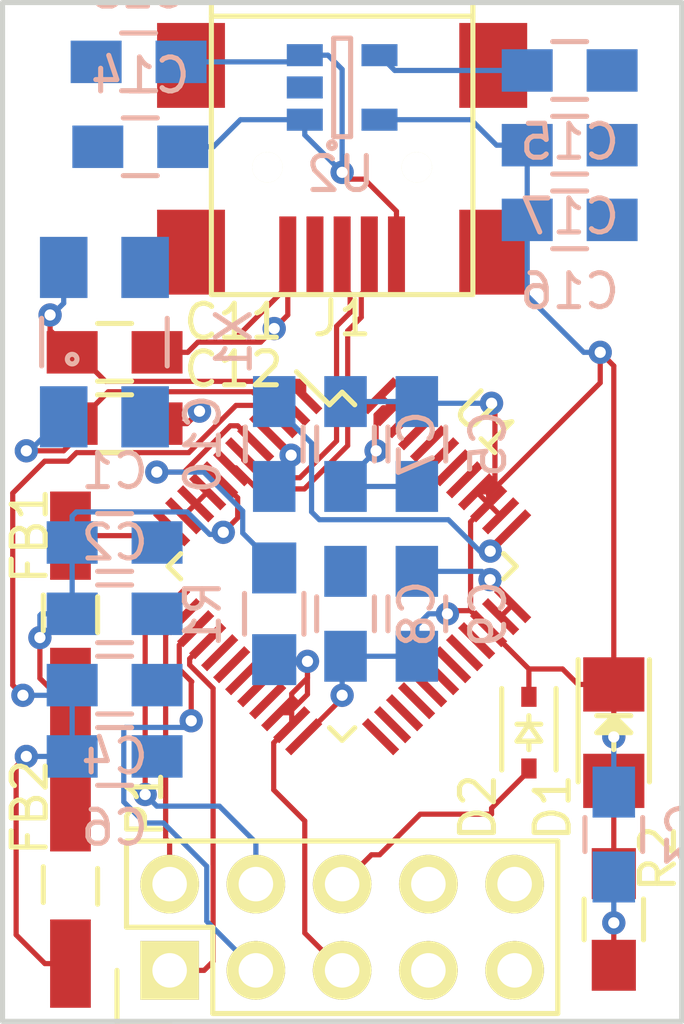
<source format=kicad_pcb>
(kicad_pcb (version 4) (host pcbnew 4.0.2+dfsg1-stable)

  (general
    (links 75)
    (no_connects 3)
    (area 149.924999 99.924999 170.075001 130.075001)
    (thickness 1.6)
    (drawings 4)
    (tracks 256)
    (zones 0)
    (modules 28)
    (nets 19)
  )

  (page A4)
  (layers
    (0 F.Cu signal hide)
    (31 B.Cu signal hide)
    (32 B.Adhes user hide)
    (33 F.Adhes user hide)
    (34 B.Paste user hide)
    (35 F.Paste user hide)
    (36 B.SilkS user hide)
    (37 F.SilkS user)
    (38 B.Mask user hide)
    (39 F.Mask user hide)
    (40 Dwgs.User user hide)
    (41 Cmts.User user hide)
    (42 Eco1.User user hide)
    (43 Eco2.User user hide)
    (44 Edge.Cuts user)
    (45 Margin user hide)
    (46 B.CrtYd user hide)
    (47 F.CrtYd user hide)
    (48 B.Fab user hide)
    (49 F.Fab user hide)
  )

  (setup
    (last_trace_width 0.153)
    (trace_clearance 0.153)
    (zone_clearance 0.1)
    (zone_45_only no)
    (trace_min 0.153)
    (segment_width 0.2)
    (edge_width 0.15)
    (via_size 0.686)
    (via_drill 0.33)
    (via_min_size 0.686)
    (via_min_drill 0.33)
    (uvia_size 0.3)
    (uvia_drill 0.1)
    (uvias_allowed no)
    (uvia_min_size 0)
    (uvia_min_drill 0)
    (pcb_text_width 0.3)
    (pcb_text_size 1.5 1.5)
    (mod_edge_width 0.15)
    (mod_text_size 0.000001 0.000001)
    (mod_text_width 0.15)
    (pad_size 1.4 1.4)
    (pad_drill 0.6)
    (pad_to_mask_clearance 0.2)
    (aux_axis_origin 0 0)
    (visible_elements FFFFF3FF)
    (pcbplotparams
      (layerselection 0x00030_80000001)
      (usegerberextensions false)
      (excludeedgelayer true)
      (linewidth 0.100000)
      (plotframeref false)
      (viasonmask false)
      (mode 1)
      (useauxorigin false)
      (hpglpennumber 1)
      (hpglpenspeed 20)
      (hpglpendiameter 15)
      (hpglpenoverlay 2)
      (psnegative false)
      (psa4output false)
      (plotreference true)
      (plotvalue true)
      (plotinvisibletext false)
      (padsonsilk false)
      (subtractmaskfromsilk false)
      (outputformat 1)
      (mirror false)
      (drillshape 1)
      (scaleselection 1)
      (outputdirectory ""))
  )

  (net 0 "")
  (net 1 GND)
  (net 2 "Net-(C1-Pad2)")
  (net 3 3V3)
  (net 4 "Net-(C4-Pad1)")
  (net 5 "Net-(C10-Pad1)")
  (net 6 "Net-(C11-Pad1)")
  (net 7 "Net-(C12-Pad1)")
  (net 8 +5V)
  (net 9 "Net-(C15-Pad1)")
  (net 10 "Net-(D1-Pad2)")
  (net 11 "Net-(D2-Pad2)")
  (net 12 /D+)
  (net 13 /D-)
  (net 14 /TMS)
  (net 15 /TDI)
  (net 16 /TDO)
  (net 17 /TCK)
  (net 18 "Net-(R1-Pad1)")

  (net_class Default "This is the default net class."
    (clearance 0.153)
    (trace_width 0.153)
    (via_dia 0.686)
    (via_drill 0.33)
    (uvia_dia 0.3)
    (uvia_drill 0.1)
    (add_net +5V)
    (add_net /D+)
    (add_net /D-)
    (add_net /TCK)
    (add_net /TDI)
    (add_net /TDO)
    (add_net /TMS)
    (add_net 3V3)
    (add_net GND)
    (add_net "Net-(C1-Pad2)")
    (add_net "Net-(C10-Pad1)")
    (add_net "Net-(C11-Pad1)")
    (add_net "Net-(C12-Pad1)")
    (add_net "Net-(C15-Pad1)")
    (add_net "Net-(C4-Pad1)")
    (add_net "Net-(D1-Pad2)")
    (add_net "Net-(D2-Pad2)")
    (add_net "Net-(R1-Pad1)")
  )

  (module Capacitors_SMD:C_0805_HandSoldering (layer B.Cu) (tedit 541A9B8D) (tstamp 58874D49)
    (at 153.3 115.9 180)
    (descr "Capacitor SMD 0805, hand soldering")
    (tags "capacitor 0805")
    (path /50315AB1)
    (attr smd)
    (fp_text reference C1 (at 0 2.1 180) (layer B.SilkS)
      (effects (font (size 1 1) (thickness 0.15)) (justify mirror))
    )
    (fp_text value 4u7 (at 0 -2.1 180) (layer B.Fab)
      (effects (font (size 1 1) (thickness 0.15)) (justify mirror))
    )
    (fp_line (start -2.3 1) (end 2.3 1) (layer B.CrtYd) (width 0.05))
    (fp_line (start -2.3 -1) (end 2.3 -1) (layer B.CrtYd) (width 0.05))
    (fp_line (start -2.3 1) (end -2.3 -1) (layer B.CrtYd) (width 0.05))
    (fp_line (start 2.3 1) (end 2.3 -1) (layer B.CrtYd) (width 0.05))
    (fp_line (start 0.5 0.85) (end -0.5 0.85) (layer B.SilkS) (width 0.15))
    (fp_line (start -0.5 -0.85) (end 0.5 -0.85) (layer B.SilkS) (width 0.15))
    (pad 1 smd rect (at -1.25 0 180) (size 1.5 1.25) (layers B.Cu B.Paste B.Mask)
      (net 1 GND))
    (pad 2 smd rect (at 1.25 0 180) (size 1.5 1.25) (layers B.Cu B.Paste B.Mask)
      (net 2 "Net-(C1-Pad2)"))
    (model Capacitors_SMD.3dshapes/C_0805_HandSoldering.wrl
      (at (xyz 0 0 0))
      (scale (xyz 1 1 1))
      (rotate (xyz 0 0 0))
    )
  )

  (module Capacitors_SMD:C_0805_HandSoldering (layer B.Cu) (tedit 541A9B8D) (tstamp 58874D4F)
    (at 153.3 118 180)
    (descr "Capacitor SMD 0805, hand soldering")
    (tags "capacitor 0805")
    (path /50315AAE)
    (attr smd)
    (fp_text reference C2 (at 0 2.1 180) (layer B.SilkS)
      (effects (font (size 1 1) (thickness 0.15)) (justify mirror))
    )
    (fp_text value 100n (at 0 -2.1 180) (layer B.Fab)
      (effects (font (size 1 1) (thickness 0.15)) (justify mirror))
    )
    (fp_line (start -2.3 1) (end 2.3 1) (layer B.CrtYd) (width 0.05))
    (fp_line (start -2.3 -1) (end 2.3 -1) (layer B.CrtYd) (width 0.05))
    (fp_line (start -2.3 1) (end -2.3 -1) (layer B.CrtYd) (width 0.05))
    (fp_line (start 2.3 1) (end 2.3 -1) (layer B.CrtYd) (width 0.05))
    (fp_line (start 0.5 0.85) (end -0.5 0.85) (layer B.SilkS) (width 0.15))
    (fp_line (start -0.5 -0.85) (end 0.5 -0.85) (layer B.SilkS) (width 0.15))
    (pad 1 smd rect (at -1.25 0 180) (size 1.5 1.25) (layers B.Cu B.Paste B.Mask)
      (net 1 GND))
    (pad 2 smd rect (at 1.25 0 180) (size 1.5 1.25) (layers B.Cu B.Paste B.Mask)
      (net 2 "Net-(C1-Pad2)"))
    (model Capacitors_SMD.3dshapes/C_0805_HandSoldering.wrl
      (at (xyz 0 0 0))
      (scale (xyz 1 1 1))
      (rotate (xyz 0 0 0))
    )
  )

  (module Capacitors_SMD:C_0805_HandSoldering (layer B.Cu) (tedit 541A9B8D) (tstamp 58874D55)
    (at 168 124.5 90)
    (descr "Capacitor SMD 0805, hand soldering")
    (tags "capacitor 0805")
    (path /50315A6C)
    (attr smd)
    (fp_text reference C3 (at 0 2.1 90) (layer B.SilkS)
      (effects (font (size 1 1) (thickness 0.15)) (justify mirror))
    )
    (fp_text value 100n (at 0 -2.1 90) (layer B.Fab)
      (effects (font (size 1 1) (thickness 0.15)) (justify mirror))
    )
    (fp_line (start -2.3 1) (end 2.3 1) (layer B.CrtYd) (width 0.05))
    (fp_line (start -2.3 -1) (end 2.3 -1) (layer B.CrtYd) (width 0.05))
    (fp_line (start -2.3 1) (end -2.3 -1) (layer B.CrtYd) (width 0.05))
    (fp_line (start 2.3 1) (end 2.3 -1) (layer B.CrtYd) (width 0.05))
    (fp_line (start 0.5 0.85) (end -0.5 0.85) (layer B.SilkS) (width 0.15))
    (fp_line (start -0.5 -0.85) (end 0.5 -0.85) (layer B.SilkS) (width 0.15))
    (pad 1 smd rect (at -1.25 0 90) (size 1.5 1.25) (layers B.Cu B.Paste B.Mask)
      (net 1 GND))
    (pad 2 smd rect (at 1.25 0 90) (size 1.5 1.25) (layers B.Cu B.Paste B.Mask)
      (net 3 3V3))
    (model Capacitors_SMD.3dshapes/C_0805_HandSoldering.wrl
      (at (xyz 0 0 0))
      (scale (xyz 1 1 1))
      (rotate (xyz 0 0 0))
    )
  )

  (module Capacitors_SMD:C_0805_HandSoldering (layer B.Cu) (tedit 541A9B8D) (tstamp 58874D5B)
    (at 153.3 120.1)
    (descr "Capacitor SMD 0805, hand soldering")
    (tags "capacitor 0805")
    (path /50315AC7)
    (attr smd)
    (fp_text reference C4 (at 0 2.1) (layer B.SilkS)
      (effects (font (size 1 1) (thickness 0.15)) (justify mirror))
    )
    (fp_text value 4u7 (at 0 -2.1) (layer B.Fab)
      (effects (font (size 1 1) (thickness 0.15)) (justify mirror))
    )
    (fp_line (start -2.3 1) (end 2.3 1) (layer B.CrtYd) (width 0.05))
    (fp_line (start -2.3 -1) (end 2.3 -1) (layer B.CrtYd) (width 0.05))
    (fp_line (start -2.3 1) (end -2.3 -1) (layer B.CrtYd) (width 0.05))
    (fp_line (start 2.3 1) (end 2.3 -1) (layer B.CrtYd) (width 0.05))
    (fp_line (start 0.5 0.85) (end -0.5 0.85) (layer B.SilkS) (width 0.15))
    (fp_line (start -0.5 -0.85) (end 0.5 -0.85) (layer B.SilkS) (width 0.15))
    (pad 1 smd rect (at -1.25 0) (size 1.5 1.25) (layers B.Cu B.Paste B.Mask)
      (net 4 "Net-(C4-Pad1)"))
    (pad 2 smd rect (at 1.25 0) (size 1.5 1.25) (layers B.Cu B.Paste B.Mask)
      (net 1 GND))
    (model Capacitors_SMD.3dshapes/C_0805_HandSoldering.wrl
      (at (xyz 0 0 0))
      (scale (xyz 1 1 1))
      (rotate (xyz 0 0 0))
    )
  )

  (module Capacitors_SMD:C_0805_HandSoldering (layer B.Cu) (tedit 541A9B8D) (tstamp 58874D61)
    (at 162.2 113 90)
    (descr "Capacitor SMD 0805, hand soldering")
    (tags "capacitor 0805")
    (path /50315A69)
    (attr smd)
    (fp_text reference C5 (at 0 2.1 90) (layer B.SilkS)
      (effects (font (size 1 1) (thickness 0.15)) (justify mirror))
    )
    (fp_text value 100n (at 0 -2.1 90) (layer B.Fab)
      (effects (font (size 1 1) (thickness 0.15)) (justify mirror))
    )
    (fp_line (start -2.3 1) (end 2.3 1) (layer B.CrtYd) (width 0.05))
    (fp_line (start -2.3 -1) (end 2.3 -1) (layer B.CrtYd) (width 0.05))
    (fp_line (start -2.3 1) (end -2.3 -1) (layer B.CrtYd) (width 0.05))
    (fp_line (start 2.3 1) (end 2.3 -1) (layer B.CrtYd) (width 0.05))
    (fp_line (start 0.5 0.85) (end -0.5 0.85) (layer B.SilkS) (width 0.15))
    (fp_line (start -0.5 -0.85) (end 0.5 -0.85) (layer B.SilkS) (width 0.15))
    (pad 1 smd rect (at -1.25 0 90) (size 1.5 1.25) (layers B.Cu B.Paste B.Mask)
      (net 1 GND))
    (pad 2 smd rect (at 1.25 0 90) (size 1.5 1.25) (layers B.Cu B.Paste B.Mask)
      (net 3 3V3))
    (model Capacitors_SMD.3dshapes/C_0805_HandSoldering.wrl
      (at (xyz 0 0 0))
      (scale (xyz 1 1 1))
      (rotate (xyz 0 0 0))
    )
  )

  (module Capacitors_SMD:C_0805_HandSoldering (layer B.Cu) (tedit 541A9B8D) (tstamp 58874D67)
    (at 153.3 122.2)
    (descr "Capacitor SMD 0805, hand soldering")
    (tags "capacitor 0805")
    (path /50315AC5)
    (attr smd)
    (fp_text reference C6 (at 0 2.1) (layer B.SilkS)
      (effects (font (size 1 1) (thickness 0.15)) (justify mirror))
    )
    (fp_text value 100n (at 0 -2.1) (layer B.Fab)
      (effects (font (size 1 1) (thickness 0.15)) (justify mirror))
    )
    (fp_line (start -2.3 1) (end 2.3 1) (layer B.CrtYd) (width 0.05))
    (fp_line (start -2.3 -1) (end 2.3 -1) (layer B.CrtYd) (width 0.05))
    (fp_line (start -2.3 1) (end -2.3 -1) (layer B.CrtYd) (width 0.05))
    (fp_line (start 2.3 1) (end 2.3 -1) (layer B.CrtYd) (width 0.05))
    (fp_line (start 0.5 0.85) (end -0.5 0.85) (layer B.SilkS) (width 0.15))
    (fp_line (start -0.5 -0.85) (end 0.5 -0.85) (layer B.SilkS) (width 0.15))
    (pad 1 smd rect (at -1.25 0) (size 1.5 1.25) (layers B.Cu B.Paste B.Mask)
      (net 4 "Net-(C4-Pad1)"))
    (pad 2 smd rect (at 1.25 0) (size 1.5 1.25) (layers B.Cu B.Paste B.Mask)
      (net 1 GND))
    (model Capacitors_SMD.3dshapes/C_0805_HandSoldering.wrl
      (at (xyz 0 0 0))
      (scale (xyz 1 1 1))
      (rotate (xyz 0 0 0))
    )
  )

  (module Capacitors_SMD:C_0805_HandSoldering (layer B.Cu) (tedit 541A9B8D) (tstamp 58874D6D)
    (at 160.1 113 90)
    (descr "Capacitor SMD 0805, hand soldering")
    (tags "capacitor 0805")
    (path /50315A61)
    (attr smd)
    (fp_text reference C7 (at 0 2.1 90) (layer B.SilkS)
      (effects (font (size 1 1) (thickness 0.15)) (justify mirror))
    )
    (fp_text value 100n (at 0 -2.1 90) (layer B.Fab)
      (effects (font (size 1 1) (thickness 0.15)) (justify mirror))
    )
    (fp_line (start -2.3 1) (end 2.3 1) (layer B.CrtYd) (width 0.05))
    (fp_line (start -2.3 -1) (end 2.3 -1) (layer B.CrtYd) (width 0.05))
    (fp_line (start -2.3 1) (end -2.3 -1) (layer B.CrtYd) (width 0.05))
    (fp_line (start 2.3 1) (end 2.3 -1) (layer B.CrtYd) (width 0.05))
    (fp_line (start 0.5 0.85) (end -0.5 0.85) (layer B.SilkS) (width 0.15))
    (fp_line (start -0.5 -0.85) (end 0.5 -0.85) (layer B.SilkS) (width 0.15))
    (pad 1 smd rect (at -1.25 0 90) (size 1.5 1.25) (layers B.Cu B.Paste B.Mask)
      (net 1 GND))
    (pad 2 smd rect (at 1.25 0 90) (size 1.5 1.25) (layers B.Cu B.Paste B.Mask)
      (net 3 3V3))
    (model Capacitors_SMD.3dshapes/C_0805_HandSoldering.wrl
      (at (xyz 0 0 0))
      (scale (xyz 1 1 1))
      (rotate (xyz 0 0 0))
    )
  )

  (module Capacitors_SMD:C_0805_HandSoldering (layer B.Cu) (tedit 541A9B8D) (tstamp 58874D73)
    (at 160.1 118 90)
    (descr "Capacitor SMD 0805, hand soldering")
    (tags "capacitor 0805")
    (path /503159F2)
    (attr smd)
    (fp_text reference C8 (at 0 2.1 90) (layer B.SilkS)
      (effects (font (size 1 1) (thickness 0.15)) (justify mirror))
    )
    (fp_text value 100n (at 0 -2.1 90) (layer B.Fab)
      (effects (font (size 1 1) (thickness 0.15)) (justify mirror))
    )
    (fp_line (start -2.3 1) (end 2.3 1) (layer B.CrtYd) (width 0.05))
    (fp_line (start -2.3 -1) (end 2.3 -1) (layer B.CrtYd) (width 0.05))
    (fp_line (start -2.3 1) (end -2.3 -1) (layer B.CrtYd) (width 0.05))
    (fp_line (start 2.3 1) (end 2.3 -1) (layer B.CrtYd) (width 0.05))
    (fp_line (start 0.5 0.85) (end -0.5 0.85) (layer B.SilkS) (width 0.15))
    (fp_line (start -0.5 -0.85) (end 0.5 -0.85) (layer B.SilkS) (width 0.15))
    (pad 1 smd rect (at -1.25 0 90) (size 1.5 1.25) (layers B.Cu B.Paste B.Mask)
      (net 3 3V3))
    (pad 2 smd rect (at 1.25 0 90) (size 1.5 1.25) (layers B.Cu B.Paste B.Mask)
      (net 1 GND))
    (model Capacitors_SMD.3dshapes/C_0805_HandSoldering.wrl
      (at (xyz 0 0 0))
      (scale (xyz 1 1 1))
      (rotate (xyz 0 0 0))
    )
  )

  (module Capacitors_SMD:C_0805_HandSoldering (layer B.Cu) (tedit 541A9B8D) (tstamp 58874D79)
    (at 162.2 118 90)
    (descr "Capacitor SMD 0805, hand soldering")
    (tags "capacitor 0805")
    (path /503159B6)
    (attr smd)
    (fp_text reference C9 (at 0 2.1 90) (layer B.SilkS)
      (effects (font (size 1 1) (thickness 0.15)) (justify mirror))
    )
    (fp_text value 100n (at 0 -2.1 90) (layer B.Fab)
      (effects (font (size 1 1) (thickness 0.15)) (justify mirror))
    )
    (fp_line (start -2.3 1) (end 2.3 1) (layer B.CrtYd) (width 0.05))
    (fp_line (start -2.3 -1) (end 2.3 -1) (layer B.CrtYd) (width 0.05))
    (fp_line (start -2.3 1) (end -2.3 -1) (layer B.CrtYd) (width 0.05))
    (fp_line (start 2.3 1) (end 2.3 -1) (layer B.CrtYd) (width 0.05))
    (fp_line (start 0.5 0.85) (end -0.5 0.85) (layer B.SilkS) (width 0.15))
    (fp_line (start -0.5 -0.85) (end 0.5 -0.85) (layer B.SilkS) (width 0.15))
    (pad 1 smd rect (at -1.25 0 90) (size 1.5 1.25) (layers B.Cu B.Paste B.Mask)
      (net 3 3V3))
    (pad 2 smd rect (at 1.25 0 90) (size 1.5 1.25) (layers B.Cu B.Paste B.Mask)
      (net 1 GND))
    (model Capacitors_SMD.3dshapes/C_0805_HandSoldering.wrl
      (at (xyz 0 0 0))
      (scale (xyz 1 1 1))
      (rotate (xyz 0 0 0))
    )
  )

  (module Capacitors_SMD:C_0805_HandSoldering (layer B.Cu) (tedit 541A9B8D) (tstamp 58874D7F)
    (at 158 113 270)
    (descr "Capacitor SMD 0805, hand soldering")
    (tags "capacitor 0805")
    (path /503159B1)
    (attr smd)
    (fp_text reference C10 (at 0 2.1 270) (layer B.SilkS)
      (effects (font (size 1 1) (thickness 0.15)) (justify mirror))
    )
    (fp_text value 100n (at 0 -2.1 270) (layer B.Fab)
      (effects (font (size 1 1) (thickness 0.15)) (justify mirror))
    )
    (fp_line (start -2.3 1) (end 2.3 1) (layer B.CrtYd) (width 0.05))
    (fp_line (start -2.3 -1) (end 2.3 -1) (layer B.CrtYd) (width 0.05))
    (fp_line (start -2.3 1) (end -2.3 -1) (layer B.CrtYd) (width 0.05))
    (fp_line (start 2.3 1) (end 2.3 -1) (layer B.CrtYd) (width 0.05))
    (fp_line (start 0.5 0.85) (end -0.5 0.85) (layer B.SilkS) (width 0.15))
    (fp_line (start -0.5 -0.85) (end 0.5 -0.85) (layer B.SilkS) (width 0.15))
    (pad 1 smd rect (at -1.25 0 270) (size 1.5 1.25) (layers B.Cu B.Paste B.Mask)
      (net 5 "Net-(C10-Pad1)"))
    (pad 2 smd rect (at 1.25 0 270) (size 1.5 1.25) (layers B.Cu B.Paste B.Mask)
      (net 1 GND))
    (model Capacitors_SMD.3dshapes/C_0805_HandSoldering.wrl
      (at (xyz 0 0 0))
      (scale (xyz 1 1 1))
      (rotate (xyz 0 0 0))
    )
  )

  (module Capacitors_SMD:C_0805_HandSoldering (layer F.Cu) (tedit 541A9B8D) (tstamp 58874D85)
    (at 153.3 110.3)
    (descr "Capacitor SMD 0805, hand soldering")
    (tags "capacitor 0805")
    (path /50315950)
    (attr smd)
    (fp_text reference C11 (at 3.5 -0.9) (layer F.SilkS)
      (effects (font (size 1 1) (thickness 0.15)))
    )
    (fp_text value 22p (at 0 2.1) (layer F.Fab)
      (effects (font (size 1 1) (thickness 0.15)))
    )
    (fp_line (start -2.3 -1) (end 2.3 -1) (layer F.CrtYd) (width 0.05))
    (fp_line (start -2.3 1) (end 2.3 1) (layer F.CrtYd) (width 0.05))
    (fp_line (start -2.3 -1) (end -2.3 1) (layer F.CrtYd) (width 0.05))
    (fp_line (start 2.3 -1) (end 2.3 1) (layer F.CrtYd) (width 0.05))
    (fp_line (start 0.5 -0.85) (end -0.5 -0.85) (layer F.SilkS) (width 0.15))
    (fp_line (start -0.5 0.85) (end 0.5 0.85) (layer F.SilkS) (width 0.15))
    (pad 1 smd rect (at -1.25 0) (size 1.5 1.25) (layers F.Cu F.Paste F.Mask)
      (net 6 "Net-(C11-Pad1)"))
    (pad 2 smd rect (at 1.25 0) (size 1.5 1.25) (layers F.Cu F.Paste F.Mask)
      (net 1 GND))
    (model Capacitors_SMD.3dshapes/C_0805_HandSoldering.wrl
      (at (xyz 0 0 0))
      (scale (xyz 1 1 1))
      (rotate (xyz 0 0 0))
    )
  )

  (module Capacitors_SMD:C_0805_HandSoldering (layer F.Cu) (tedit 541A9B8D) (tstamp 58874D8B)
    (at 153.3 112.4)
    (descr "Capacitor SMD 0805, hand soldering")
    (tags "capacitor 0805")
    (path /50315977)
    (attr smd)
    (fp_text reference C12 (at 3.5 -1.6) (layer F.SilkS)
      (effects (font (size 1 1) (thickness 0.15)))
    )
    (fp_text value 22p (at 0 2.1) (layer F.Fab)
      (effects (font (size 1 1) (thickness 0.15)))
    )
    (fp_line (start -2.3 -1) (end 2.3 -1) (layer F.CrtYd) (width 0.05))
    (fp_line (start -2.3 1) (end 2.3 1) (layer F.CrtYd) (width 0.05))
    (fp_line (start -2.3 -1) (end -2.3 1) (layer F.CrtYd) (width 0.05))
    (fp_line (start 2.3 -1) (end 2.3 1) (layer F.CrtYd) (width 0.05))
    (fp_line (start 0.5 -0.85) (end -0.5 -0.85) (layer F.SilkS) (width 0.15))
    (fp_line (start -0.5 0.85) (end 0.5 0.85) (layer F.SilkS) (width 0.15))
    (pad 1 smd rect (at -1.25 0) (size 1.5 1.25) (layers F.Cu F.Paste F.Mask)
      (net 7 "Net-(C12-Pad1)"))
    (pad 2 smd rect (at 1.25 0) (size 1.5 1.25) (layers F.Cu F.Paste F.Mask)
      (net 1 GND))
    (model Capacitors_SMD.3dshapes/C_0805_HandSoldering.wrl
      (at (xyz 0 0 0))
      (scale (xyz 1 1 1))
      (rotate (xyz 0 0 0))
    )
  )

  (module Capacitors_SMD:C_0805_HandSoldering (layer B.Cu) (tedit 541A9B8D) (tstamp 58874D91)
    (at 154.005921 101.746869 180)
    (descr "Capacitor SMD 0805, hand soldering")
    (tags "capacitor 0805")
    (path /50317719)
    (attr smd)
    (fp_text reference C13 (at 0 2.1 180) (layer B.SilkS)
      (effects (font (size 1 1) (thickness 0.15)) (justify mirror))
    )
    (fp_text value 1u (at 0 -2.1 180) (layer B.Fab)
      (effects (font (size 1 1) (thickness 0.15)) (justify mirror))
    )
    (fp_line (start -2.3 1) (end 2.3 1) (layer B.CrtYd) (width 0.05))
    (fp_line (start -2.3 -1) (end 2.3 -1) (layer B.CrtYd) (width 0.05))
    (fp_line (start -2.3 1) (end -2.3 -1) (layer B.CrtYd) (width 0.05))
    (fp_line (start 2.3 1) (end 2.3 -1) (layer B.CrtYd) (width 0.05))
    (fp_line (start 0.5 0.85) (end -0.5 0.85) (layer B.SilkS) (width 0.15))
    (fp_line (start -0.5 -0.85) (end 0.5 -0.85) (layer B.SilkS) (width 0.15))
    (pad 1 smd rect (at -1.25 0 180) (size 1.5 1.25) (layers B.Cu B.Paste B.Mask)
      (net 8 +5V))
    (pad 2 smd rect (at 1.25 0 180) (size 1.5 1.25) (layers B.Cu B.Paste B.Mask)
      (net 1 GND))
    (model Capacitors_SMD.3dshapes/C_0805_HandSoldering.wrl
      (at (xyz 0 0 0))
      (scale (xyz 1 1 1))
      (rotate (xyz 0 0 0))
    )
  )

  (module Capacitors_SMD:C_0805_HandSoldering (layer B.Cu) (tedit 541A9B8D) (tstamp 58874D97)
    (at 154.055921 104.246869 180)
    (descr "Capacitor SMD 0805, hand soldering")
    (tags "capacitor 0805")
    (path /50317716)
    (attr smd)
    (fp_text reference C14 (at 0 2.1 180) (layer B.SilkS)
      (effects (font (size 1 1) (thickness 0.15)) (justify mirror))
    )
    (fp_text value 100n (at 0 -2.1 180) (layer B.Fab)
      (effects (font (size 1 1) (thickness 0.15)) (justify mirror))
    )
    (fp_line (start -2.3 1) (end 2.3 1) (layer B.CrtYd) (width 0.05))
    (fp_line (start -2.3 -1) (end 2.3 -1) (layer B.CrtYd) (width 0.05))
    (fp_line (start -2.3 1) (end -2.3 -1) (layer B.CrtYd) (width 0.05))
    (fp_line (start 2.3 1) (end 2.3 -1) (layer B.CrtYd) (width 0.05))
    (fp_line (start 0.5 0.85) (end -0.5 0.85) (layer B.SilkS) (width 0.15))
    (fp_line (start -0.5 -0.85) (end 0.5 -0.85) (layer B.SilkS) (width 0.15))
    (pad 1 smd rect (at -1.25 0 180) (size 1.5 1.25) (layers B.Cu B.Paste B.Mask)
      (net 8 +5V))
    (pad 2 smd rect (at 1.25 0 180) (size 1.5 1.25) (layers B.Cu B.Paste B.Mask)
      (net 1 GND))
    (model Capacitors_SMD.3dshapes/C_0805_HandSoldering.wrl
      (at (xyz 0 0 0))
      (scale (xyz 1 1 1))
      (rotate (xyz 0 0 0))
    )
  )

  (module Capacitors_SMD:C_0805_HandSoldering (layer B.Cu) (tedit 541A9B8D) (tstamp 58874D9D)
    (at 166.7 102)
    (descr "Capacitor SMD 0805, hand soldering")
    (tags "capacitor 0805")
    (path /50317731)
    (attr smd)
    (fp_text reference C15 (at 0 2.1) (layer B.SilkS)
      (effects (font (size 1 1) (thickness 0.15)) (justify mirror))
    )
    (fp_text value 10n (at 0 -2.1) (layer B.Fab)
      (effects (font (size 1 1) (thickness 0.15)) (justify mirror))
    )
    (fp_line (start -2.3 1) (end 2.3 1) (layer B.CrtYd) (width 0.05))
    (fp_line (start -2.3 -1) (end 2.3 -1) (layer B.CrtYd) (width 0.05))
    (fp_line (start -2.3 1) (end -2.3 -1) (layer B.CrtYd) (width 0.05))
    (fp_line (start 2.3 1) (end 2.3 -1) (layer B.CrtYd) (width 0.05))
    (fp_line (start 0.5 0.85) (end -0.5 0.85) (layer B.SilkS) (width 0.15))
    (fp_line (start -0.5 -0.85) (end 0.5 -0.85) (layer B.SilkS) (width 0.15))
    (pad 1 smd rect (at -1.25 0) (size 1.5 1.25) (layers B.Cu B.Paste B.Mask)
      (net 9 "Net-(C15-Pad1)"))
    (pad 2 smd rect (at 1.25 0) (size 1.5 1.25) (layers B.Cu B.Paste B.Mask)
      (net 1 GND))
    (model Capacitors_SMD.3dshapes/C_0805_HandSoldering.wrl
      (at (xyz 0 0 0))
      (scale (xyz 1 1 1))
      (rotate (xyz 0 0 0))
    )
  )

  (module Capacitors_SMD:C_0805_HandSoldering (layer B.Cu) (tedit 541A9B8D) (tstamp 58874DA3)
    (at 166.7 106.4)
    (descr "Capacitor SMD 0805, hand soldering")
    (tags "capacitor 0805")
    (path /50317734)
    (attr smd)
    (fp_text reference C16 (at 0 2.1) (layer B.SilkS)
      (effects (font (size 1 1) (thickness 0.15)) (justify mirror))
    )
    (fp_text value 100n (at 0 -2.1) (layer B.Fab)
      (effects (font (size 1 1) (thickness 0.15)) (justify mirror))
    )
    (fp_line (start -2.3 1) (end 2.3 1) (layer B.CrtYd) (width 0.05))
    (fp_line (start -2.3 -1) (end 2.3 -1) (layer B.CrtYd) (width 0.05))
    (fp_line (start -2.3 1) (end -2.3 -1) (layer B.CrtYd) (width 0.05))
    (fp_line (start 2.3 1) (end 2.3 -1) (layer B.CrtYd) (width 0.05))
    (fp_line (start 0.5 0.85) (end -0.5 0.85) (layer B.SilkS) (width 0.15))
    (fp_line (start -0.5 -0.85) (end 0.5 -0.85) (layer B.SilkS) (width 0.15))
    (pad 1 smd rect (at -1.25 0) (size 1.5 1.25) (layers B.Cu B.Paste B.Mask)
      (net 3 3V3))
    (pad 2 smd rect (at 1.25 0) (size 1.5 1.25) (layers B.Cu B.Paste B.Mask)
      (net 1 GND))
    (model Capacitors_SMD.3dshapes/C_0805_HandSoldering.wrl
      (at (xyz 0 0 0))
      (scale (xyz 1 1 1))
      (rotate (xyz 0 0 0))
    )
  )

  (module Capacitors_SMD:C_0805_HandSoldering (layer B.Cu) (tedit 541A9B8D) (tstamp 58874DA9)
    (at 166.7 104.2)
    (descr "Capacitor SMD 0805, hand soldering")
    (tags "capacitor 0805")
    (path /50317738)
    (attr smd)
    (fp_text reference C17 (at 0 2.1) (layer B.SilkS)
      (effects (font (size 1 1) (thickness 0.15)) (justify mirror))
    )
    (fp_text value 1u (at 0 -2.1) (layer B.Fab)
      (effects (font (size 1 1) (thickness 0.15)) (justify mirror))
    )
    (fp_line (start -2.3 1) (end 2.3 1) (layer B.CrtYd) (width 0.05))
    (fp_line (start -2.3 -1) (end 2.3 -1) (layer B.CrtYd) (width 0.05))
    (fp_line (start -2.3 1) (end -2.3 -1) (layer B.CrtYd) (width 0.05))
    (fp_line (start 2.3 1) (end 2.3 -1) (layer B.CrtYd) (width 0.05))
    (fp_line (start 0.5 0.85) (end -0.5 0.85) (layer B.SilkS) (width 0.15))
    (fp_line (start -0.5 -0.85) (end 0.5 -0.85) (layer B.SilkS) (width 0.15))
    (pad 1 smd rect (at -1.25 0) (size 1.5 1.25) (layers B.Cu B.Paste B.Mask)
      (net 3 3V3))
    (pad 2 smd rect (at 1.25 0) (size 1.5 1.25) (layers B.Cu B.Paste B.Mask)
      (net 1 GND))
    (model Capacitors_SMD.3dshapes/C_0805_HandSoldering.wrl
      (at (xyz 0 0 0))
      (scale (xyz 1 1 1))
      (rotate (xyz 0 0 0))
    )
  )

  (module LEDs:LED_1206 (layer F.Cu) (tedit 55BDE2E8) (tstamp 58874DAF)
    (at 168 121.5 270)
    (descr "LED 1206 smd package")
    (tags "LED1206 SMD")
    (path /50317882)
    (attr smd)
    (fp_text reference D1 (at 2.2 1.8 270) (layer F.SilkS)
      (effects (font (size 1 1) (thickness 0.15)))
    )
    (fp_text value LED (at 0 2 270) (layer F.Fab)
      (effects (font (size 1 1) (thickness 0.15)))
    )
    (fp_line (start -2.15 1.05) (end 1.45 1.05) (layer F.SilkS) (width 0.15))
    (fp_line (start -2.15 -1.05) (end 1.45 -1.05) (layer F.SilkS) (width 0.15))
    (fp_line (start -0.1 -0.3) (end -0.1 0.3) (layer F.SilkS) (width 0.15))
    (fp_line (start -0.1 0.3) (end -0.4 0) (layer F.SilkS) (width 0.15))
    (fp_line (start -0.4 0) (end -0.2 -0.2) (layer F.SilkS) (width 0.15))
    (fp_line (start -0.2 -0.2) (end -0.2 0.05) (layer F.SilkS) (width 0.15))
    (fp_line (start -0.2 0.05) (end -0.25 0) (layer F.SilkS) (width 0.15))
    (fp_line (start -0.5 -0.5) (end -0.5 0.5) (layer F.SilkS) (width 0.15))
    (fp_line (start 0 0) (end 0.5 0) (layer F.SilkS) (width 0.15))
    (fp_line (start -0.5 0) (end 0 -0.5) (layer F.SilkS) (width 0.15))
    (fp_line (start 0 -0.5) (end 0 0.5) (layer F.SilkS) (width 0.15))
    (fp_line (start 0 0.5) (end -0.5 0) (layer F.SilkS) (width 0.15))
    (fp_line (start 2.5 -1.25) (end -2.5 -1.25) (layer F.CrtYd) (width 0.05))
    (fp_line (start -2.5 -1.25) (end -2.5 1.25) (layer F.CrtYd) (width 0.05))
    (fp_line (start -2.5 1.25) (end 2.5 1.25) (layer F.CrtYd) (width 0.05))
    (fp_line (start 2.5 1.25) (end 2.5 -1.25) (layer F.CrtYd) (width 0.05))
    (pad 2 smd rect (at 1.41986 0 90) (size 1.59766 1.80086) (layers F.Cu F.Paste F.Mask)
      (net 10 "Net-(D1-Pad2)"))
    (pad 1 smd rect (at -1.41986 0 90) (size 1.59766 1.80086) (layers F.Cu F.Paste F.Mask)
      (net 3 3V3))
    (model LEDs.3dshapes/LED_1206.wrl
      (at (xyz 0 0 0))
      (scale (xyz 1 1 1))
      (rotate (xyz 0 0 180))
    )
  )

  (module Diodes_SMD:SOD-323 (layer F.Cu) (tedit 5530FC5E) (tstamp 58874DB5)
    (at 165.5 121.5 270)
    (descr SOD-323)
    (tags SOD-323)
    (path /50317782)
    (attr smd)
    (fp_text reference D2 (at 2.2 1.5 270) (layer F.SilkS)
      (effects (font (size 1 1) (thickness 0.15)))
    )
    (fp_text value BAT60J (at 0.1 1.9 270) (layer F.Fab)
      (effects (font (size 1 1) (thickness 0.15)))
    )
    (fp_line (start 0.25 0) (end 0.5 0) (layer F.SilkS) (width 0.15))
    (fp_line (start -0.25 0) (end -0.5 0) (layer F.SilkS) (width 0.15))
    (fp_line (start -0.25 0) (end 0.25 -0.35) (layer F.SilkS) (width 0.15))
    (fp_line (start 0.25 -0.35) (end 0.25 0.35) (layer F.SilkS) (width 0.15))
    (fp_line (start 0.25 0.35) (end -0.25 0) (layer F.SilkS) (width 0.15))
    (fp_line (start -0.25 -0.35) (end -0.25 0.35) (layer F.SilkS) (width 0.15))
    (fp_line (start -1.5 -0.95) (end 1.5 -0.95) (layer F.CrtYd) (width 0.05))
    (fp_line (start 1.5 -0.95) (end 1.5 0.95) (layer F.CrtYd) (width 0.05))
    (fp_line (start -1.5 0.95) (end 1.5 0.95) (layer F.CrtYd) (width 0.05))
    (fp_line (start -1.5 -0.95) (end -1.5 0.95) (layer F.CrtYd) (width 0.05))
    (fp_line (start -1.3 0.8) (end 1.1 0.8) (layer F.SilkS) (width 0.15))
    (fp_line (start -1.3 -0.8) (end 1.1 -0.8) (layer F.SilkS) (width 0.15))
    (pad 1 smd rect (at -1.055 0 270) (size 0.59 0.45) (layers F.Cu F.Paste F.Mask)
      (net 3 3V3))
    (pad 2 smd rect (at 1.055 0 270) (size 0.59 0.45) (layers F.Cu F.Paste F.Mask)
      (net 11 "Net-(D2-Pad2)"))
  )

  (module Choke_SMD:Choke_SMD_1206_Handsoldering (layer F.Cu) (tedit 0) (tstamp 58874DBB)
    (at 152 118 270)
    (descr "Choke, Drossel, SMD, 1206, Handsoldering,")
    (tags "Choke, Drossel, SMD, 1206, Handsoldering,")
    (path /50315ADF)
    (attr smd)
    (fp_text reference FB1 (at -2.3 1.2 270) (layer F.SilkS)
      (effects (font (size 1 1) (thickness 0.15)))
    )
    (fp_text value FILTER (at 0 2.54 270) (layer F.Fab)
      (effects (font (size 1 1) (thickness 0.15)))
    )
    (fp_line (start -0.55118 0.8001) (end 0.50038 0.8001) (layer F.SilkS) (width 0.15))
    (fp_line (start 0.55118 -0.8001) (end -0.50038 -0.8001) (layer F.SilkS) (width 0.15))
    (pad 1 smd rect (at -2.30124 0 270) (size 2.59842 1.19888) (layers F.Cu F.Paste F.Mask)
      (net 3 3V3))
    (pad 2 smd rect (at 2.30124 0 270) (size 2.60096 1.19888) (layers F.Cu F.Paste F.Mask)
      (net 2 "Net-(C1-Pad2)"))
  )

  (module Choke_SMD:Choke_SMD_1206_Handsoldering (layer F.Cu) (tedit 0) (tstamp 58874DC1)
    (at 152 126 270)
    (descr "Choke, Drossel, SMD, 1206, Handsoldering,")
    (tags "Choke, Drossel, SMD, 1206, Handsoldering,")
    (path /50315AD5)
    (attr smd)
    (fp_text reference FB2 (at -2.3 1.2 270) (layer F.SilkS)
      (effects (font (size 1 1) (thickness 0.15)))
    )
    (fp_text value FILTER (at 0 2.54 270) (layer F.Fab)
      (effects (font (size 1 1) (thickness 0.15)))
    )
    (fp_line (start -0.55118 0.8001) (end 0.50038 0.8001) (layer F.SilkS) (width 0.15))
    (fp_line (start 0.55118 -0.8001) (end -0.50038 -0.8001) (layer F.SilkS) (width 0.15))
    (pad 1 smd rect (at -2.30124 0 270) (size 2.59842 1.19888) (layers F.Cu F.Paste F.Mask)
      (net 3 3V3))
    (pad 2 smd rect (at 2.30124 0 270) (size 2.60096 1.19888) (layers F.Cu F.Paste F.Mask)
      (net 4 "Net-(C4-Pad1)"))
  )

  (module Connect:USB_Mini-B (layer F.Cu) (tedit 5543E571) (tstamp 58874DD0)
    (at 160 104 270)
    (descr "USB Mini-B 5-pin SMD connector")
    (tags "USB USB_B USB_Mini connector")
    (path /50316161)
    (attr smd)
    (fp_text reference J1 (at 5.3 0 360) (layer F.SilkS)
      (effects (font (size 1 1) (thickness 0.15)))
    )
    (fp_text value USB_3 (at 0 -7.0993 270) (layer F.Fab)
      (effects (font (size 1 1) (thickness 0.15)))
    )
    (fp_line (start -4.85 -5.7) (end 4.85 -5.7) (layer F.CrtYd) (width 0.05))
    (fp_line (start 4.85 -5.7) (end 4.85 5.7) (layer F.CrtYd) (width 0.05))
    (fp_line (start 4.85 5.7) (end -4.85 5.7) (layer F.CrtYd) (width 0.05))
    (fp_line (start -4.85 5.7) (end -4.85 -5.7) (layer F.CrtYd) (width 0.05))
    (fp_line (start -3.59918 -3.85064) (end -3.59918 3.85064) (layer F.SilkS) (width 0.15))
    (fp_line (start -4.59994 -3.85064) (end -4.59994 3.85064) (layer F.SilkS) (width 0.15))
    (fp_line (start -4.59994 3.85064) (end 4.59994 3.85064) (layer F.SilkS) (width 0.15))
    (fp_line (start 4.59994 3.85064) (end 4.59994 -3.85064) (layer F.SilkS) (width 0.15))
    (fp_line (start 4.59994 -3.85064) (end -4.59994 -3.85064) (layer F.SilkS) (width 0.15))
    (pad 1 smd rect (at 3.44932 -1.6002 270) (size 2.30124 0.50038) (layers F.Cu F.Paste F.Mask)
      (net 8 +5V))
    (pad 2 smd rect (at 3.44932 -0.8001 270) (size 2.30124 0.50038) (layers F.Cu F.Paste F.Mask)
      (net 12 /D+))
    (pad 3 smd rect (at 3.44932 0 270) (size 2.30124 0.50038) (layers F.Cu F.Paste F.Mask)
      (net 13 /D-))
    (pad 4 smd rect (at 3.44932 0.8001 270) (size 2.30124 0.50038) (layers F.Cu F.Paste F.Mask))
    (pad 5 smd rect (at 3.44932 1.6002 270) (size 2.30124 0.50038) (layers F.Cu F.Paste F.Mask)
      (net 1 GND))
    (pad 6 smd rect (at 3.35026 -4.45008 270) (size 2.49936 1.99898) (layers F.Cu F.Paste F.Mask))
    (pad 6 smd rect (at -2.14884 -4.45008 270) (size 2.49936 1.99898) (layers F.Cu F.Paste F.Mask))
    (pad 6 smd rect (at 3.35026 4.45008 270) (size 2.49936 1.99898) (layers F.Cu F.Paste F.Mask))
    (pad 6 smd rect (at -2.14884 4.45008 270) (size 2.49936 1.99898) (layers F.Cu F.Paste F.Mask))
    (pad "" np_thru_hole circle (at 0.8509 -2.19964 270) (size 0.89916 0.89916) (drill 0.89916) (layers *.Cu *.Mask F.SilkS))
    (pad "" np_thru_hole circle (at 0.8509 2.19964 270) (size 0.89916 0.89916) (drill 0.89916) (layers *.Cu *.Mask F.SilkS))
  )

  (module Pin_Headers:Pin_Header_Straight_2x05 (layer F.Cu) (tedit 0) (tstamp 58874DDE)
    (at 154.92 128.5 90)
    (descr "Through hole pin header")
    (tags "pin header")
    (path /503178EF)
    (fp_text reference P1 (at 4.9 -0.72 270) (layer F.SilkS)
      (effects (font (size 1 1) (thickness 0.15)))
    )
    (fp_text value CONN_6 (at 0 -3.1 90) (layer F.Fab)
      (effects (font (size 1 1) (thickness 0.15)))
    )
    (fp_line (start -1.75 -1.75) (end -1.75 11.95) (layer F.CrtYd) (width 0.05))
    (fp_line (start 4.3 -1.75) (end 4.3 11.95) (layer F.CrtYd) (width 0.05))
    (fp_line (start -1.75 -1.75) (end 4.3 -1.75) (layer F.CrtYd) (width 0.05))
    (fp_line (start -1.75 11.95) (end 4.3 11.95) (layer F.CrtYd) (width 0.05))
    (fp_line (start 3.81 -1.27) (end 3.81 11.43) (layer F.SilkS) (width 0.15))
    (fp_line (start 3.81 11.43) (end -1.27 11.43) (layer F.SilkS) (width 0.15))
    (fp_line (start -1.27 11.43) (end -1.27 1.27) (layer F.SilkS) (width 0.15))
    (fp_line (start 3.81 -1.27) (end 1.27 -1.27) (layer F.SilkS) (width 0.15))
    (fp_line (start 0 -1.55) (end -1.55 -1.55) (layer F.SilkS) (width 0.15))
    (fp_line (start 1.27 -1.27) (end 1.27 1.27) (layer F.SilkS) (width 0.15))
    (fp_line (start 1.27 1.27) (end -1.27 1.27) (layer F.SilkS) (width 0.15))
    (fp_line (start -1.55 -1.55) (end -1.55 0) (layer F.SilkS) (width 0.15))
    (pad 1 thru_hole rect (at 0 0 90) (size 1.7272 1.7272) (drill 1.016) (layers *.Cu *.Mask F.SilkS)
      (net 14 /TMS))
    (pad 2 thru_hole oval (at 2.54 0 90) (size 1.7272 1.7272) (drill 1.016) (layers *.Cu *.Mask F.SilkS)
      (net 15 /TDI))
    (pad 3 thru_hole oval (at 0 2.54 90) (size 1.7272 1.7272) (drill 1.016) (layers *.Cu *.Mask F.SilkS)
      (net 16 /TDO))
    (pad 4 thru_hole oval (at 2.54 2.54 90) (size 1.7272 1.7272) (drill 1.016) (layers *.Cu *.Mask F.SilkS)
      (net 17 /TCK))
    (pad 5 thru_hole oval (at 0 5.08 90) (size 1.7272 1.7272) (drill 1.016) (layers *.Cu *.Mask F.SilkS)
      (net 1 GND))
    (pad 6 thru_hole oval (at 2.54 5.08 90) (size 1.7272 1.7272) (drill 1.016) (layers *.Cu *.Mask F.SilkS)
      (net 11 "Net-(D2-Pad2)"))
    (pad 7 thru_hole oval (at 0 7.62 90) (size 1.7272 1.7272) (drill 1.016) (layers *.Cu *.Mask F.SilkS))
    (pad 8 thru_hole oval (at 2.54 7.62 90) (size 1.7272 1.7272) (drill 1.016) (layers *.Cu *.Mask F.SilkS))
    (pad 9 thru_hole oval (at 0 10.16 90) (size 1.7272 1.7272) (drill 1.016) (layers *.Cu *.Mask F.SilkS))
    (pad 10 thru_hole oval (at 2.54 10.16 90) (size 1.7272 1.7272) (drill 1.016) (layers *.Cu *.Mask F.SilkS))
    (model Pin_Headers.3dshapes/Pin_Header_Straight_2x05.wrl
      (at (xyz 0.05 -0.2 0))
      (scale (xyz 1 1 1))
      (rotate (xyz 0 0 90))
    )
  )

  (module Resistors_SMD:R_0805_HandSoldering (layer B.Cu) (tedit 54189DEE) (tstamp 58874DE4)
    (at 158 118 270)
    (descr "Resistor SMD 0805, hand soldering")
    (tags "resistor 0805")
    (path /50315988)
    (attr smd)
    (fp_text reference R1 (at 0 2.1 270) (layer B.SilkS)
      (effects (font (size 1 1) (thickness 0.15)) (justify mirror))
    )
    (fp_text value 12k (at 0 -2.1 270) (layer B.Fab)
      (effects (font (size 1 1) (thickness 0.15)) (justify mirror))
    )
    (fp_line (start -2.4 1) (end 2.4 1) (layer B.CrtYd) (width 0.05))
    (fp_line (start -2.4 -1) (end 2.4 -1) (layer B.CrtYd) (width 0.05))
    (fp_line (start -2.4 1) (end -2.4 -1) (layer B.CrtYd) (width 0.05))
    (fp_line (start 2.4 1) (end 2.4 -1) (layer B.CrtYd) (width 0.05))
    (fp_line (start 0.6 -0.875) (end -0.6 -0.875) (layer B.SilkS) (width 0.15))
    (fp_line (start -0.6 0.875) (end 0.6 0.875) (layer B.SilkS) (width 0.15))
    (pad 1 smd rect (at -1.35 0 270) (size 1.5 1.3) (layers B.Cu B.Paste B.Mask)
      (net 18 "Net-(R1-Pad1)"))
    (pad 2 smd rect (at 1.35 0 270) (size 1.5 1.3) (layers B.Cu B.Paste B.Mask)
      (net 1 GND))
    (model Resistors_SMD.3dshapes/R_0805_HandSoldering.wrl
      (at (xyz 0 0 0))
      (scale (xyz 1 1 1))
      (rotate (xyz 0 0 0))
    )
  )

  (module Resistors_SMD:R_0805_HandSoldering (layer F.Cu) (tedit 54189DEE) (tstamp 58874DEA)
    (at 168 127 270)
    (descr "Resistor SMD 0805, hand soldering")
    (tags "resistor 0805")
    (path /50317885)
    (attr smd)
    (fp_text reference R2 (at -1.8 -1.3 270) (layer F.SilkS)
      (effects (font (size 1 1) (thickness 0.15)))
    )
    (fp_text value 270 (at 0 2.1 270) (layer F.Fab)
      (effects (font (size 1 1) (thickness 0.15)))
    )
    (fp_line (start -2.4 -1) (end 2.4 -1) (layer F.CrtYd) (width 0.05))
    (fp_line (start -2.4 1) (end 2.4 1) (layer F.CrtYd) (width 0.05))
    (fp_line (start -2.4 -1) (end -2.4 1) (layer F.CrtYd) (width 0.05))
    (fp_line (start 2.4 -1) (end 2.4 1) (layer F.CrtYd) (width 0.05))
    (fp_line (start 0.6 0.875) (end -0.6 0.875) (layer F.SilkS) (width 0.15))
    (fp_line (start -0.6 -0.875) (end 0.6 -0.875) (layer F.SilkS) (width 0.15))
    (pad 1 smd rect (at -1.35 0 270) (size 1.5 1.3) (layers F.Cu F.Paste F.Mask)
      (net 10 "Net-(D1-Pad2)"))
    (pad 2 smd rect (at 1.35 0 270) (size 1.5 1.3) (layers F.Cu F.Paste F.Mask)
      (net 1 GND))
    (model Resistors_SMD.3dshapes/R_0805_HandSoldering.wrl
      (at (xyz 0 0 0))
      (scale (xyz 1 1 1))
      (rotate (xyz 0 0 0))
    )
  )

  (module Housings_QFP:LQFP-48_7x7mm_Pitch0.5mm (layer F.Cu) (tedit 54130A77) (tstamp 58874E1E)
    (at 160 116.6 315)
    (descr "48 LEAD LQFP 7x7mm (see MICREL LQFP7x7-48LD-PL-1.pdf)")
    (tags "QFP 0.5")
    (path /50315913)
    (attr smd)
    (fp_text reference U1 (at 0 -6 315) (layer F.SilkS)
      (effects (font (size 1 1) (thickness 0.15)))
    )
    (fp_text value FT232H (at 0 6 315) (layer F.Fab)
      (effects (font (size 1 1) (thickness 0.15)))
    )
    (fp_line (start -5.25 -5.25) (end -5.25 5.25) (layer F.CrtYd) (width 0.05))
    (fp_line (start 5.25 -5.25) (end 5.25 5.25) (layer F.CrtYd) (width 0.05))
    (fp_line (start -5.25 -5.25) (end 5.25 -5.25) (layer F.CrtYd) (width 0.05))
    (fp_line (start -5.25 5.25) (end 5.25 5.25) (layer F.CrtYd) (width 0.05))
    (fp_line (start -3.625 -3.625) (end -3.625 -3.1) (layer F.SilkS) (width 0.15))
    (fp_line (start 3.625 -3.625) (end 3.625 -3.1) (layer F.SilkS) (width 0.15))
    (fp_line (start 3.625 3.625) (end 3.625 3.1) (layer F.SilkS) (width 0.15))
    (fp_line (start -3.625 3.625) (end -3.625 3.1) (layer F.SilkS) (width 0.15))
    (fp_line (start -3.625 -3.625) (end -3.1 -3.625) (layer F.SilkS) (width 0.15))
    (fp_line (start -3.625 3.625) (end -3.1 3.625) (layer F.SilkS) (width 0.15))
    (fp_line (start 3.625 3.625) (end 3.1 3.625) (layer F.SilkS) (width 0.15))
    (fp_line (start 3.625 -3.625) (end 3.1 -3.625) (layer F.SilkS) (width 0.15))
    (fp_line (start -3.625 -3.1) (end -5 -3.1) (layer F.SilkS) (width 0.15))
    (pad 1 smd rect (at -4.35 -2.75 315) (size 1.3 0.25) (layers F.Cu F.Paste F.Mask)
      (net 6 "Net-(C11-Pad1)"))
    (pad 2 smd rect (at -4.35 -2.25 315) (size 1.3 0.25) (layers F.Cu F.Paste F.Mask)
      (net 7 "Net-(C12-Pad1)"))
    (pad 3 smd rect (at -4.35 -1.75 315) (size 1.3 0.25) (layers F.Cu F.Paste F.Mask)
      (net 4 "Net-(C4-Pad1)"))
    (pad 4 smd rect (at -4.35 -1.25 315) (size 1.3 0.25) (layers F.Cu F.Paste F.Mask)
      (net 1 GND))
    (pad 5 smd rect (at -4.35 -0.75 315) (size 1.3 0.25) (layers F.Cu F.Paste F.Mask)
      (net 18 "Net-(R1-Pad1)"))
    (pad 6 smd rect (at -4.35 -0.25 315) (size 1.3 0.25) (layers F.Cu F.Paste F.Mask)
      (net 13 /D-))
    (pad 7 smd rect (at -4.35 0.25 315) (size 1.3 0.25) (layers F.Cu F.Paste F.Mask)
      (net 12 /D+))
    (pad 8 smd rect (at -4.35 0.75 315) (size 1.3 0.25) (layers F.Cu F.Paste F.Mask)
      (net 2 "Net-(C1-Pad2)"))
    (pad 9 smd rect (at -4.35 1.25 315) (size 1.3 0.25) (layers F.Cu F.Paste F.Mask)
      (net 1 GND))
    (pad 10 smd rect (at -4.35 1.75 315) (size 1.3 0.25) (layers F.Cu F.Paste F.Mask)
      (net 1 GND))
    (pad 11 smd rect (at -4.35 2.25 315) (size 1.3 0.25) (layers F.Cu F.Paste F.Mask)
      (net 1 GND))
    (pad 12 smd rect (at -4.35 2.75 315) (size 1.3 0.25) (layers F.Cu F.Paste F.Mask)
      (net 3 3V3))
    (pad 13 smd rect (at -2.75 4.35 45) (size 1.3 0.25) (layers F.Cu F.Paste F.Mask)
      (net 17 /TCK))
    (pad 14 smd rect (at -2.25 4.35 45) (size 1.3 0.25) (layers F.Cu F.Paste F.Mask)
      (net 15 /TDI))
    (pad 15 smd rect (at -1.75 4.35 45) (size 1.3 0.25) (layers F.Cu F.Paste F.Mask)
      (net 16 /TDO))
    (pad 16 smd rect (at -1.25 4.35 45) (size 1.3 0.25) (layers F.Cu F.Paste F.Mask)
      (net 14 /TMS))
    (pad 17 smd rect (at -0.75 4.35 45) (size 1.3 0.25) (layers F.Cu F.Paste F.Mask))
    (pad 18 smd rect (at -0.25 4.35 45) (size 1.3 0.25) (layers F.Cu F.Paste F.Mask))
    (pad 19 smd rect (at 0.25 4.35 45) (size 1.3 0.25) (layers F.Cu F.Paste F.Mask))
    (pad 20 smd rect (at 0.75 4.35 45) (size 1.3 0.25) (layers F.Cu F.Paste F.Mask))
    (pad 21 smd rect (at 1.25 4.35 45) (size 1.3 0.25) (layers F.Cu F.Paste F.Mask))
    (pad 22 smd rect (at 1.75 4.35 45) (size 1.3 0.25) (layers F.Cu F.Paste F.Mask)
      (net 1 GND))
    (pad 23 smd rect (at 2.25 4.35 45) (size 1.3 0.25) (layers F.Cu F.Paste F.Mask)
      (net 1 GND))
    (pad 24 smd rect (at 2.75 4.35 45) (size 1.3 0.25) (layers F.Cu F.Paste F.Mask)
      (net 3 3V3))
    (pad 25 smd rect (at 4.35 2.75 315) (size 1.3 0.25) (layers F.Cu F.Paste F.Mask))
    (pad 26 smd rect (at 4.35 2.25 315) (size 1.3 0.25) (layers F.Cu F.Paste F.Mask))
    (pad 27 smd rect (at 4.35 1.75 315) (size 1.3 0.25) (layers F.Cu F.Paste F.Mask))
    (pad 28 smd rect (at 4.35 1.25 315) (size 1.3 0.25) (layers F.Cu F.Paste F.Mask))
    (pad 29 smd rect (at 4.35 0.75 315) (size 1.3 0.25) (layers F.Cu F.Paste F.Mask))
    (pad 30 smd rect (at 4.35 0.25 315) (size 1.3 0.25) (layers F.Cu F.Paste F.Mask))
    (pad 31 smd rect (at 4.35 -0.25 315) (size 1.3 0.25) (layers F.Cu F.Paste F.Mask))
    (pad 32 smd rect (at 4.35 -0.75 315) (size 1.3 0.25) (layers F.Cu F.Paste F.Mask))
    (pad 33 smd rect (at 4.35 -1.25 315) (size 1.3 0.25) (layers F.Cu F.Paste F.Mask))
    (pad 34 smd rect (at 4.35 -1.75 315) (size 1.3 0.25) (layers F.Cu F.Paste F.Mask)
      (net 3 3V3))
    (pad 35 smd rect (at 4.35 -2.25 315) (size 1.3 0.25) (layers F.Cu F.Paste F.Mask)
      (net 1 GND))
    (pad 36 smd rect (at 4.35 -2.75 315) (size 1.3 0.25) (layers F.Cu F.Paste F.Mask)
      (net 1 GND))
    (pad 37 smd rect (at 2.75 -4.35 45) (size 1.3 0.25) (layers F.Cu F.Paste F.Mask)
      (net 5 "Net-(C10-Pad1)"))
    (pad 38 smd rect (at 2.25 -4.35 45) (size 1.3 0.25) (layers F.Cu F.Paste F.Mask)
      (net 3 3V3))
    (pad 39 smd rect (at 1.75 -4.35 45) (size 1.3 0.25) (layers F.Cu F.Paste F.Mask)
      (net 3 3V3))
    (pad 40 smd rect (at 1.25 -4.35 45) (size 1.3 0.25) (layers F.Cu F.Paste F.Mask)
      (net 3 3V3))
    (pad 41 smd rect (at 0.75 -4.35 45) (size 1.3 0.25) (layers F.Cu F.Paste F.Mask)
      (net 1 GND))
    (pad 42 smd rect (at 0.25 -4.35 45) (size 1.3 0.25) (layers F.Cu F.Paste F.Mask)
      (net 1 GND))
    (pad 43 smd rect (at -0.25 -4.35 45) (size 1.3 0.25) (layers F.Cu F.Paste F.Mask))
    (pad 44 smd rect (at -0.75 -4.35 45) (size 1.3 0.25) (layers F.Cu F.Paste F.Mask))
    (pad 45 smd rect (at -1.25 -4.35 45) (size 1.3 0.25) (layers F.Cu F.Paste F.Mask))
    (pad 46 smd rect (at -1.75 -4.35 45) (size 1.3 0.25) (layers F.Cu F.Paste F.Mask))
    (pad 47 smd rect (at -2.25 -4.35 45) (size 1.3 0.25) (layers F.Cu F.Paste F.Mask)
      (net 1 GND))
    (pad 48 smd rect (at -2.75 -4.35 45) (size 1.3 0.25) (layers F.Cu F.Paste F.Mask)
      (net 1 GND))
    (model Housings_QFP.3dshapes/LQFP-48_7x7mm_Pitch0.5mm.wrl
      (at (xyz 0 0 0))
      (scale (xyz 1 1 1))
      (rotate (xyz 0 0 0))
    )
  )

  (module Crystals:Crystal_SMD_0603_4Pads (layer B.Cu) (tedit 0) (tstamp 58874E26)
    (at 153 110 90)
    (descr "Crystal, Quarz, SMD, 0603, 4 Pads,")
    (tags "Crystal, Quarz, SMD, 0603, 4 Pads,")
    (path /50315932)
    (attr smd)
    (fp_text reference X1 (at 0 3.81 90) (layer B.SilkS)
      (effects (font (size 1 1) (thickness 0.15)) (justify mirror))
    )
    (fp_text value CRYSTAL (at 0 -3.81 90) (layer B.Fab)
      (effects (font (size 1 1) (thickness 0.15)) (justify mirror))
    )
    (fp_circle (center 0 0) (end 0.50038 0) (layer B.Adhes) (width 0.381))
    (fp_circle (center 0 0) (end 0.14986 0) (layer B.Adhes) (width 0.381))
    (fp_circle (center -0.50038 -0.94996) (end -0.39878 -1.04902) (layer B.SilkS) (width 0.15))
    (fp_line (start 0.70104 -1.84912) (end -0.70104 -1.84912) (layer B.SilkS) (width 0.15))
    (fp_line (start -0.70104 1.84912) (end 0.70104 1.84912) (layer B.SilkS) (width 0.15))
    (pad 1 smd rect (at -2.19964 -1.19888 90) (size 1.80086 1.39954) (layers B.Cu B.Paste B.Mask)
      (net 7 "Net-(C12-Pad1)"))
    (pad 2 smd rect (at 2.19964 -1.19888 90) (size 1.80086 1.39954) (layers B.Cu B.Paste B.Mask)
      (net 6 "Net-(C11-Pad1)"))
    (pad 3 smd rect (at 2.19964 1.19888 90) (size 1.80086 1.39954) (layers B.Cu B.Paste B.Mask))
    (pad 4 smd rect (at -2.19964 1.19888 90) (size 1.80086 1.39954) (layers B.Cu B.Paste B.Mask))
  )

  (module TO_SOT_Packages_SMD:SOT-23-5 (layer B.Cu) (tedit 55360473) (tstamp 588753F2)
    (at 160 102.5)
    (descr "5-pin SOT23 package")
    (tags SOT-23-5)
    (path /5031770A)
    (attr smd)
    (fp_text reference U2 (at -0.05 2.55) (layer B.SilkS)
      (effects (font (size 1 1) (thickness 0.15)) (justify mirror))
    )
    (fp_text value LD3985M (at -0.05 -2.35) (layer B.Fab)
      (effects (font (size 1 1) (thickness 0.15)) (justify mirror))
    )
    (fp_line (start -1.8 1.6) (end 1.8 1.6) (layer B.CrtYd) (width 0.05))
    (fp_line (start 1.8 1.6) (end 1.8 -1.6) (layer B.CrtYd) (width 0.05))
    (fp_line (start 1.8 -1.6) (end -1.8 -1.6) (layer B.CrtYd) (width 0.05))
    (fp_line (start -1.8 -1.6) (end -1.8 1.6) (layer B.CrtYd) (width 0.05))
    (fp_circle (center -0.3 1.7) (end -0.2 1.7) (layer B.SilkS) (width 0.15))
    (fp_line (start 0.25 1.45) (end -0.25 1.45) (layer B.SilkS) (width 0.15))
    (fp_line (start 0.25 -1.45) (end 0.25 1.45) (layer B.SilkS) (width 0.15))
    (fp_line (start -0.25 -1.45) (end 0.25 -1.45) (layer B.SilkS) (width 0.15))
    (fp_line (start -0.25 1.45) (end -0.25 -1.45) (layer B.SilkS) (width 0.15))
    (pad 1 smd rect (at -1.1 0.95) (size 1.06 0.65) (layers B.Cu B.Paste B.Mask)
      (net 8 +5V))
    (pad 2 smd rect (at -1.1 0) (size 1.06 0.65) (layers B.Cu B.Paste B.Mask)
      (net 1 GND))
    (pad 3 smd rect (at -1.1 -0.95) (size 1.06 0.65) (layers B.Cu B.Paste B.Mask)
      (net 8 +5V))
    (pad 4 smd rect (at 1.1 -0.95) (size 1.06 0.65) (layers B.Cu B.Paste B.Mask)
      (net 9 "Net-(C15-Pad1)"))
    (pad 5 smd rect (at 1.1 0.95) (size 1.06 0.65) (layers B.Cu B.Paste B.Mask)
      (net 3 3V3))
    (model TO_SOT_Packages_SMD.3dshapes/SOT-23-5.wrl
      (at (xyz 0 0 0))
      (scale (xyz 1 1 1))
      (rotate (xyz 0 0 0))
    )
  )

  (gr_line (start 150 130) (end 150 100) (layer Edge.Cuts) (width 0.15))
  (gr_line (start 150 100) (end 170 100) (layer Edge.Cuts) (width 0.15))
  (gr_line (start 170 100) (end 170 130) (layer Edge.Cuts) (width 0.15))
  (gr_line (start 150 130) (end 170 130) (layer Edge.Cuts) (width 0.15))

  (segment (start 154.55 112.4) (end 155.433021 112.4) (width 0.153) (layer F.Cu) (net 1))
  (via (at 155.8 112.033021) (size 0.686) (drill 0.33) (layers F.Cu B.Cu) (net 1))
  (segment (start 155.433021 112.4) (end 155.8 112.033021) (width 0.153) (layer F.Cu) (net 1))
  (segment (start 161 113.2) (end 161 112.141242) (width 0.153) (layer F.Cu) (net 1))
  (segment (start 161 112.141242) (end 161.208147 111.933095) (width 0.153) (layer F.Cu) (net 1))
  (segment (start 161.208147 111.933095) (end 161.484924 111.933095) (width 0.153) (layer F.Cu) (net 1) (status 20))
  (segment (start 160.1 114.25) (end 160.1 114.1) (width 0.153) (layer B.Cu) (net 1) (status 30))
  (segment (start 160.1 114.1) (end 161 113.2) (width 0.153) (layer B.Cu) (net 1) (status 10))
  (via (at 161 113.2) (size 0.686) (drill 0.33) (layers F.Cu B.Cu) (net 1))
  (segment (start 162.2 114.25) (end 160.1 114.25) (width 0.153) (layer B.Cu) (net 1) (status 30))
  (segment (start 161.484924 111.933095) (end 161.131371 111.579542) (width 0.153) (layer F.Cu) (net 1) (status 30))
  (segment (start 158.497928 113.329443) (end 158.497928 113.752072) (width 0.153) (layer B.Cu) (net 1) (status 20))
  (segment (start 158.497928 113.752072) (end 158 114.25) (width 0.153) (layer B.Cu) (net 1) (status 30))
  (segment (start 157.807969 112.640202) (end 157.808687 112.640202) (width 0.153) (layer F.Cu) (net 1) (status 30))
  (segment (start 157.808687 112.640202) (end 158.497928 113.329443) (width 0.153) (layer F.Cu) (net 1) (status 10))
  (via (at 158.497928 113.329443) (size 0.686) (drill 0.33) (layers F.Cu B.Cu) (net 1))
  (segment (start 168 127.1) (end 168 125.75) (width 0.153) (layer B.Cu) (net 1) (status 20))
  (segment (start 168 128.35) (end 168 127.1) (width 0.153) (layer F.Cu) (net 1) (status 10))
  (via (at 168 127.1) (size 0.686) (drill 0.33) (layers F.Cu B.Cu) (net 1))
  (segment (start 158.9 124.1) (end 157.984747 123.184747) (width 0.153) (layer F.Cu) (net 1))
  (segment (start 157.984747 123.184747) (end 157.984747 121.797234) (width 0.153) (layer F.Cu) (net 1))
  (segment (start 157.984747 121.797234) (end 158.515076 121.266905) (width 0.153) (layer F.Cu) (net 1) (status 20))
  (segment (start 160 128.5) (end 158.9 127.4) (width 0.153) (layer F.Cu) (net 1) (status 10))
  (segment (start 158.9 127.4) (end 158.9 124.1) (width 0.153) (layer F.Cu) (net 1))
  (segment (start 158.3998 107.44932) (end 158.3998 109.2002) (width 0.153) (layer F.Cu) (net 1) (status 10))
  (segment (start 158.3998 109.2002) (end 158 109.6) (width 0.153) (layer F.Cu) (net 1))
  (segment (start 156.74955 110) (end 157.6 110) (width 0.153) (layer F.Cu) (net 1))
  (segment (start 157.6 110) (end 158 109.6) (width 0.153) (layer F.Cu) (net 1))
  (via (at 158 109.6) (size 0.686) (drill 0.33) (layers F.Cu B.Cu) (net 1))
  (segment (start 155.753 110) (end 156.74955 110) (width 0.153) (layer F.Cu) (net 1))
  (segment (start 156.74955 110) (end 158.3998 108.34975) (width 0.153) (layer F.Cu) (net 1) (status 20))
  (segment (start 158.3998 108.34975) (end 158.3998 107.44932) (width 0.153) (layer F.Cu) (net 1) (status 30))
  (segment (start 154.55 110.3) (end 155.453 110.3) (width 0.153) (layer F.Cu) (net 1) (status 10))
  (segment (start 155.453 110.3) (end 155.753 110) (width 0.153) (layer F.Cu) (net 1))
  (segment (start 155.686649 114.761522) (end 155.661522 114.761522) (width 0.153) (layer F.Cu) (net 1) (status 30))
  (segment (start 156.040202 114.407969) (end 155.686649 114.761522) (width 0.153) (layer F.Cu) (net 1) (status 30))
  (segment (start 155.333095 115.115076) (end 155.686649 114.761522) (width 0.153) (layer F.Cu) (net 1) (status 30))
  (segment (start 164.355532 116.9938) (end 164.355532 117.066445) (width 0.153) (layer F.Cu) (net 1))
  (segment (start 164.355532 117.066445) (end 165.020458 117.731371) (width 0.153) (layer F.Cu) (net 1) (status 20))
  (segment (start 162.2 116.75) (end 164.111732 116.75) (width 0.153) (layer B.Cu) (net 1) (status 10))
  (segment (start 164.111732 116.75) (end 164.355532 116.9938) (width 0.153) (layer B.Cu) (net 1))
  (via (at 164.355532 116.9938) (size 0.686) (drill 0.33) (layers F.Cu B.Cu) (net 1))
  (segment (start 164.666905 118.084924) (end 165.020458 117.731371) (width 0.153) (layer F.Cu) (net 1) (status 30))
  (segment (start 158.161522 120.913351) (end 158.438299 120.913351) (width 0.153) (layer F.Cu) (net 1) (status 10))
  (segment (start 158.438299 120.913351) (end 158.978998 120.372652) (width 0.153) (layer F.Cu) (net 1))
  (segment (start 158.978998 120.372652) (end 158.978998 119.4) (width 0.153) (layer F.Cu) (net 1))
  (segment (start 158.978998 119.4) (end 158.05 119.4) (width 0.153) (layer B.Cu) (net 1) (status 20))
  (segment (start 158.05 119.4) (end 158 119.35) (width 0.153) (layer B.Cu) (net 1) (status 30))
  (segment (start 158.515076 121.266905) (end 158.515076 120.354045) (width 0.153) (layer F.Cu) (net 1) (status 10))
  (segment (start 158.515076 120.354045) (end 158.978998 119.890123) (width 0.153) (layer F.Cu) (net 1))
  (segment (start 158.978998 119.890123) (end 158.978998 119.4) (width 0.153) (layer F.Cu) (net 1))
  (via (at 158.978998 119.4) (size 0.686) (drill 0.33) (layers F.Cu B.Cu) (net 1))
  (segment (start 156.5 115.6) (end 156.924084 115.175916) (width 0.153) (layer F.Cu) (net 2))
  (segment (start 156.924084 115.175916) (end 156.924084 114.584745) (width 0.153) (layer F.Cu) (net 2))
  (segment (start 156.924084 114.584745) (end 156.393755 114.054416) (width 0.153) (layer F.Cu) (net 2) (status 20))
  (segment (start 156.1 115.661898) (end 156.438102 115.661898) (width 0.153) (layer B.Cu) (net 2))
  (segment (start 156.438102 115.661898) (end 156.5 115.6) (width 0.153) (layer B.Cu) (net 2))
  (via (at 156.5 115.6) (size 0.686) (drill 0.33) (layers F.Cu B.Cu) (net 2))
  (segment (start 152.172 115) (end 155.438102 115) (width 0.153) (layer B.Cu) (net 2))
  (segment (start 155.438102 115) (end 156.1 115.661898) (width 0.153) (layer B.Cu) (net 2))
  (segment (start 152.05 115.9) (end 152.05 115.122) (width 0.153) (layer B.Cu) (net 2) (status 10))
  (segment (start 152.05 115.122) (end 152.172 115) (width 0.153) (layer B.Cu) (net 2))
  (segment (start 151.1 118.7) (end 151.1 119.9) (width 0.153) (layer F.Cu) (net 2))
  (segment (start 151.1 119.9) (end 151.50124 120.30124) (width 0.153) (layer F.Cu) (net 2) (status 20))
  (segment (start 151.50124 120.30124) (end 152 120.30124) (width 0.153) (layer F.Cu) (net 2) (status 30))
  (segment (start 152.05 118) (end 151.147 118) (width 0.153) (layer B.Cu) (net 2) (status 10))
  (segment (start 151.147 118) (end 151.1 118.047) (width 0.153) (layer B.Cu) (net 2))
  (segment (start 151.1 118.047) (end 151.1 118.7) (width 0.153) (layer B.Cu) (net 2))
  (via (at 151.1 118.7) (size 0.686) (drill 0.33) (layers F.Cu B.Cu) (net 2))
  (segment (start 152.05 115.9) (end 152.05 118) (width 0.153) (layer B.Cu) (net 2) (status 30))
  (segment (start 162.2 111.75) (end 160.1 111.75) (width 0.153) (layer B.Cu) (net 3) (status 30))
  (segment (start 164.4 111.8) (end 162.25 111.8) (width 0.153) (layer B.Cu) (net 3) (status 20))
  (segment (start 162.25 111.8) (end 162.2 111.75) (width 0.153) (layer B.Cu) (net 3) (status 30))
  (segment (start 164.5 111.9) (end 164.4 111.8) (width 0.153) (layer F.Cu) (net 3))
  (via (at 164.4 111.8) (size 0.686) (drill 0.33) (layers F.Cu B.Cu) (net 3))
  (segment (start 164.5 114.144544) (end 164.5 111.9) (width 0.153) (layer F.Cu) (net 3))
  (segment (start 163.959798 114.407969) (end 164.236575 114.407969) (width 0.153) (layer F.Cu) (net 3) (status 10))
  (segment (start 164.236575 114.407969) (end 164.5 114.144544) (width 0.153) (layer F.Cu) (net 3))
  (segment (start 168 121.625028) (end 168 123.25) (width 0.153) (layer B.Cu) (net 3) (status 20))
  (segment (start 168 120.08014) (end 168 121.625028) (width 0.153) (layer F.Cu) (net 3) (status 10))
  (via (at 168 121.625028) (size 0.686) (drill 0.33) (layers F.Cu B.Cu) (net 3))
  (segment (start 162.2 119.25) (end 160.1 119.25) (width 0.153) (layer B.Cu) (net 3) (status 30))
  (segment (start 160 120.4) (end 160 119.35) (width 0.153) (layer B.Cu) (net 3) (status 20))
  (segment (start 160 119.35) (end 160.1 119.25) (width 0.153) (layer B.Cu) (net 3) (status 30))
  (segment (start 158.868629 121.620458) (end 160 120.489087) (width 0.153) (layer F.Cu) (net 3) (status 10))
  (segment (start 160 120.489087) (end 160 120.4) (width 0.153) (layer F.Cu) (net 3))
  (via (at 160 120.4) (size 0.686) (drill 0.33) (layers F.Cu B.Cu) (net 3))
  (segment (start 163.1 118) (end 162.547 118) (width 0.153) (layer B.Cu) (net 3))
  (segment (start 162.547 118) (end 162.2 118.347) (width 0.153) (layer B.Cu) (net 3))
  (segment (start 162.2 118.347) (end 162.2 119.25) (width 0.153) (layer B.Cu) (net 3) (status 20))
  (segment (start 163.783022 117.908149) (end 163.191851 117.908149) (width 0.153) (layer F.Cu) (net 3))
  (segment (start 163.191851 117.908149) (end 163.1 118) (width 0.153) (layer F.Cu) (net 3))
  (via (at 163.1 118) (size 0.686) (drill 0.33) (layers F.Cu B.Cu) (net 3))
  (segment (start 165.45 104.2) (end 164.547 104.2) (width 0.153) (layer B.Cu) (net 3) (status 10))
  (segment (start 163.797 103.45) (end 161.1 103.45) (width 0.153) (layer B.Cu) (net 3) (status 20))
  (segment (start 164.547 104.2) (end 163.797 103.45) (width 0.153) (layer B.Cu) (net 3))
  (segment (start 165.45 104.2) (end 165.45 106.4) (width 0.153) (layer B.Cu) (net 3) (status 30))
  (segment (start 164.313351 114.761522) (end 164.313351 114.484745) (width 0.153) (layer F.Cu) (net 3) (status 10))
  (segment (start 164.313351 114.484745) (end 167.6 111.198096) (width 0.153) (layer F.Cu) (net 3))
  (segment (start 167.6 111.198096) (end 167.6 110.3) (width 0.153) (layer F.Cu) (net 3))
  (segment (start 164.313351 118.438478) (end 163.783022 117.908149) (width 0.153) (layer F.Cu) (net 3) (status 10))
  (segment (start 163.783022 117.908149) (end 163.783022 115.291851) (width 0.153) (layer F.Cu) (net 3))
  (segment (start 163.783022 115.291851) (end 164.313351 114.761522) (width 0.153) (layer F.Cu) (net 3) (status 20))
  (segment (start 164.313351 114.761522) (end 163.959798 114.407969) (width 0.153) (layer F.Cu) (net 3) (status 30))
  (segment (start 164.666905 115.115076) (end 164.313351 114.761522) (width 0.153) (layer F.Cu) (net 3) (status 30))
  (segment (start 152 115.69876) (end 154.749411 115.69876) (width 0.153) (layer F.Cu) (net 3) (status 10))
  (segment (start 154.749411 115.69876) (end 154.979542 115.468629) (width 0.153) (layer F.Cu) (net 3) (status 20))
  (segment (start 167.6 110.3) (end 167.114925 110.3) (width 0.153) (layer B.Cu) (net 3))
  (segment (start 165.45 108.635075) (end 165.45 106.4) (width 0.153) (layer B.Cu) (net 3) (status 20))
  (segment (start 167.114925 110.3) (end 165.45 108.635075) (width 0.153) (layer B.Cu) (net 3))
  (segment (start 168 120.08014) (end 168 110.7) (width 0.153) (layer F.Cu) (net 3) (status 10))
  (segment (start 168 110.7) (end 167.6 110.3) (width 0.153) (layer F.Cu) (net 3))
  (via (at 167.6 110.3) (size 0.686) (drill 0.33) (layers F.Cu B.Cu) (net 3))
  (segment (start 168 120.08014) (end 166.94657 120.08014) (width 0.153) (layer F.Cu) (net 3) (status 10))
  (segment (start 166.94657 120.08014) (end 166.491557 119.625127) (width 0.153) (layer F.Cu) (net 3))
  (segment (start 166.491557 119.625127) (end 165.5 119.625127) (width 0.153) (layer F.Cu) (net 3))
  (segment (start 165.5 120.445) (end 165.5 119.625127) (width 0.153) (layer F.Cu) (net 3) (status 10))
  (segment (start 165.5 119.625127) (end 164.313351 118.438478) (width 0.153) (layer F.Cu) (net 3) (status 20))
  (segment (start 150.7 122.2) (end 152.05 122.2) (width 0.153) (layer B.Cu) (net 4) (status 20))
  (segment (start 150.4 127.45368) (end 150.4 122.5) (width 0.153) (layer F.Cu) (net 4))
  (segment (start 150.4 122.5) (end 150.7 122.2) (width 0.153) (layer F.Cu) (net 4))
  (via (at 150.7 122.2) (size 0.686) (drill 0.33) (layers F.Cu B.Cu) (net 4))
  (segment (start 152 128.30124) (end 151.24756 128.30124) (width 0.153) (layer F.Cu) (net 4) (status 10))
  (segment (start 151.24756 128.30124) (end 150.4 127.45368) (width 0.153) (layer F.Cu) (net 4))
  (segment (start 152.05 122.2) (end 152.05 120.1) (width 0.153) (layer B.Cu) (net 4) (status 30))
  (segment (start 150.6 120.4) (end 151.75 120.4) (width 0.153) (layer B.Cu) (net 4) (status 20))
  (segment (start 151.75 120.4) (end 152.05 120.1) (width 0.153) (layer B.Cu) (net 4) (status 30))
  (segment (start 150.3 120.1) (end 150.6 120.4) (width 0.153) (layer F.Cu) (net 4))
  (via (at 150.6 120.4) (size 0.686) (drill 0.33) (layers F.Cu B.Cu) (net 4))
  (segment (start 150.3 114.447302) (end 150.3 120.1) (width 0.153) (layer F.Cu) (net 4))
  (segment (start 151.241292 113.50601) (end 150.3 114.447302) (width 0.153) (layer F.Cu) (net 4))
  (segment (start 151.926753 113.50601) (end 151.241292 113.50601) (width 0.153) (layer F.Cu) (net 4))
  (segment (start 155.483601 113.254501) (end 152.178262 113.254501) (width 0.153) (layer F.Cu) (net 4))
  (segment (start 152.178262 113.254501) (end 151.926753 113.50601) (width 0.153) (layer F.Cu) (net 4))
  (segment (start 158.161522 112.286649) (end 157.737557 111.862684) (width 0.153) (layer F.Cu) (net 4) (status 30))
  (segment (start 157.737557 111.862684) (end 156.875418 111.862684) (width 0.153) (layer F.Cu) (net 4) (status 10))
  (segment (start 156.875418 111.862684) (end 155.483601 113.254501) (width 0.153) (layer F.Cu) (net 4))
  (segment (start 164.360694 116.154814) (end 164.360694 116.128393) (width 0.153) (layer F.Cu) (net 5))
  (segment (start 164.360694 116.128393) (end 165.020458 115.468629) (width 0.153) (layer F.Cu) (net 5) (status 20))
  (segment (start 163.129501 115.229501) (end 164.054814 116.154814) (width 0.153) (layer B.Cu) (net 5))
  (segment (start 164.054814 116.154814) (end 164.360694 116.154814) (width 0.153) (layer B.Cu) (net 5))
  (via (at 164.360694 116.154814) (size 0.686) (drill 0.33) (layers F.Cu B.Cu) (net 5))
  (segment (start 159.1 115) (end 159.329501 115.229501) (width 0.153) (layer B.Cu) (net 5))
  (segment (start 159.329501 115.229501) (end 163.129501 115.229501) (width 0.153) (layer B.Cu) (net 5))
  (segment (start 159.1 112.975) (end 159.1 115) (width 0.153) (layer B.Cu) (net 5))
  (segment (start 158 111.75) (end 158 111.875) (width 0.153) (layer B.Cu) (net 5) (status 30))
  (segment (start 158 111.875) (end 159.1 112.975) (width 0.153) (layer B.Cu) (net 5) (status 10))
  (segment (start 158.868629 111.579542) (end 158.868629 111.302765) (width 0.153) (layer F.Cu) (net 6) (status 10))
  (segment (start 158.868629 111.302765) (end 158.720365 111.154501) (width 0.153) (layer F.Cu) (net 6))
  (segment (start 158.720365 111.154501) (end 153.029501 111.154501) (width 0.153) (layer F.Cu) (net 6))
  (segment (start 153.029501 111.154501) (end 152.175 110.3) (width 0.153) (layer F.Cu) (net 6) (status 20))
  (segment (start 152.175 110.3) (end 152.05 110.3) (width 0.153) (layer F.Cu) (net 6) (status 30))
  (segment (start 151.4 109.2) (end 151.4 109.65) (width 0.153) (layer F.Cu) (net 6))
  (segment (start 151.4 109.65) (end 152.05 110.3) (width 0.153) (layer F.Cu) (net 6) (status 20))
  (segment (start 151.80112 107.80036) (end 151.80112 108.85379) (width 0.153) (layer B.Cu) (net 6) (status 10))
  (segment (start 151.80112 108.85379) (end 151.45491 109.2) (width 0.153) (layer B.Cu) (net 6))
  (segment (start 151.45491 109.2) (end 151.4 109.2) (width 0.153) (layer B.Cu) (net 6))
  (via (at 151.4 109.2) (size 0.686) (drill 0.33) (layers F.Cu B.Cu) (net 6))
  (segment (start 157.360511 111.460511) (end 153.114489 111.460511) (width 0.153) (layer F.Cu) (net 7))
  (segment (start 153.114489 111.460511) (end 152.175 112.4) (width 0.153) (layer F.Cu) (net 7) (status 20))
  (segment (start 152.175 112.4) (end 152.05 112.4) (width 0.153) (layer F.Cu) (net 7) (status 30))
  (segment (start 158.515076 111.933095) (end 158.081981 111.5) (width 0.153) (layer F.Cu) (net 7) (status 30))
  (segment (start 158.081981 111.5) (end 157.4 111.5) (width 0.153) (layer F.Cu) (net 7) (status 10))
  (segment (start 157.4 111.5) (end 157.360511 111.460511) (width 0.153) (layer F.Cu) (net 7))
  (segment (start 150.7 113.2) (end 150.80076 113.2) (width 0.153) (layer B.Cu) (net 7))
  (segment (start 150.80076 113.2) (end 151.80112 112.19964) (width 0.153) (layer B.Cu) (net 7) (status 20))
  (segment (start 152.05 112.95) (end 151.8 113.2) (width 0.153) (layer F.Cu) (net 7) (status 10))
  (segment (start 151.8 113.2) (end 150.7 113.2) (width 0.153) (layer F.Cu) (net 7))
  (via (at 150.7 113.2) (size 0.686) (drill 0.33) (layers F.Cu B.Cu) (net 7))
  (segment (start 152.05 112.4) (end 152.05 112.95) (width 0.153) (layer F.Cu) (net 7) (status 30))
  (segment (start 160 105) (end 160 101.967) (width 0.153) (layer B.Cu) (net 8))
  (segment (start 160 101.967) (end 159.583 101.55) (width 0.153) (layer B.Cu) (net 8))
  (segment (start 159.583 101.55) (end 158.9 101.55) (width 0.153) (layer B.Cu) (net 8) (status 20))
  (segment (start 160 105) (end 158.9 103.9) (width 0.153) (layer B.Cu) (net 8))
  (segment (start 158.9 103.9) (end 158.9 103.45) (width 0.153) (layer B.Cu) (net 8) (status 20))
  (segment (start 160.6545 105.2) (end 160.2 105.2) (width 0.153) (layer F.Cu) (net 8))
  (segment (start 160.2 105.2) (end 160 105) (width 0.153) (layer F.Cu) (net 8))
  (via (at 160 105) (size 0.686) (drill 0.33) (layers F.Cu B.Cu) (net 8))
  (segment (start 161.6002 107.44932) (end 161.6002 106.1457) (width 0.153) (layer F.Cu) (net 8) (status 10))
  (segment (start 161.6002 106.1457) (end 160.6545 105.2) (width 0.153) (layer F.Cu) (net 8))
  (segment (start 155.255921 101.746869) (end 158.703131 101.746869) (width 0.153) (layer B.Cu) (net 8) (status 30))
  (segment (start 158.703131 101.746869) (end 158.9 101.55) (width 0.153) (layer B.Cu) (net 8) (status 30))
  (segment (start 155.305921 104.246869) (end 156.208921 104.246869) (width 0.153) (layer B.Cu) (net 8) (status 10))
  (segment (start 156.208921 104.246869) (end 157.00579 103.45) (width 0.153) (layer B.Cu) (net 8))
  (segment (start 157.00579 103.45) (end 158.9 103.45) (width 0.153) (layer B.Cu) (net 8) (status 20))
  (segment (start 165.45 102) (end 161.55 102) (width 0.153) (layer B.Cu) (net 9) (status 10))
  (segment (start 161.55 102) (end 161.1 101.55) (width 0.153) (layer B.Cu) (net 9) (status 20))
  (segment (start 168 125.65) (end 168 122.91986) (width 0.153) (layer F.Cu) (net 10) (status 30))
  (segment (start 164.4 123.9) (end 164.4 123.725) (width 0.153) (layer F.Cu) (net 11))
  (segment (start 164.4 123.725) (end 165.5 122.625) (width 0.153) (layer F.Cu) (net 11) (status 20))
  (segment (start 165.5 122.625) (end 165.5 122.555) (width 0.153) (layer F.Cu) (net 11) (status 30))
  (segment (start 162.3 123.9) (end 164.4 123.9) (width 0.153) (layer F.Cu) (net 11))
  (segment (start 161.103599 125.096401) (end 162.3 123.9) (width 0.153) (layer F.Cu) (net 11))
  (segment (start 160 125.96) (end 160.863599 125.096401) (width 0.153) (layer F.Cu) (net 11) (status 10))
  (segment (start 160.863599 125.096401) (end 161.103599 125.096401) (width 0.153) (layer F.Cu) (net 11))
  (segment (start 160.164 109.66793) (end 160.56405 109.26788) (width 0.153) (layer F.Cu) (net 12))
  (segment (start 160.56405 109.26788) (end 160.56405 108.5858) (width 0.153) (layer F.Cu) (net 12))
  (segment (start 160.56405 108.5858) (end 160.8001 108.34975) (width 0.153) (layer F.Cu) (net 12))
  (segment (start 160.8001 108.34975) (end 160.8001 107.44932) (width 0.153) (layer F.Cu) (net 12))
  (segment (start 160.164 113.047516) (end 160.164 109.66793) (width 0.153) (layer F.Cu) (net 12))
  (segment (start 158.889361 114.322155) (end 160.164 113.047516) (width 0.153) (layer F.Cu) (net 12))
  (segment (start 157.490224 114.322155) (end 158.889361 114.322155) (width 0.153) (layer F.Cu) (net 12))
  (segment (start 156.747309 113.700862) (end 156.868931 113.700862) (width 0.153) (layer F.Cu) (net 12))
  (segment (start 156.868931 113.700862) (end 157.490224 114.322155) (width 0.153) (layer F.Cu) (net 12))
  (segment (start 160.23605 108.5858) (end 160 108.34975) (width 0.153) (layer F.Cu) (net 13))
  (segment (start 159.836 109.53207) (end 160.23605 109.13202) (width 0.153) (layer F.Cu) (net 13))
  (segment (start 160.23605 109.13202) (end 160.23605 108.5858) (width 0.153) (layer F.Cu) (net 13))
  (segment (start 160 108.34975) (end 160 107.44932) (width 0.153) (layer F.Cu) (net 13))
  (segment (start 159.836 112.911656) (end 159.836 109.53207) (width 0.153) (layer F.Cu) (net 13))
  (segment (start 158.753501 113.994155) (end 159.836 112.911656) (width 0.153) (layer F.Cu) (net 13))
  (segment (start 157.626086 113.994155) (end 158.753501 113.994155) (width 0.153) (layer F.Cu) (net 13))
  (segment (start 157.100862 113.347309) (end 157.100862 113.468931) (width 0.153) (layer F.Cu) (net 13))
  (segment (start 157.100862 113.468931) (end 157.626086 113.994155) (width 0.153) (layer F.Cu) (net 13))
  (segment (start 154.92 128.5) (end 155.9366 128.5) (width 0.153) (layer F.Cu) (net 14) (status 10))
  (segment (start 155.509873 119.505518) (end 155.509873 119.32236) (width 0.153) (layer F.Cu) (net 14))
  (segment (start 155.9366 128.5) (end 156.2 128.2366) (width 0.153) (layer F.Cu) (net 14))
  (segment (start 156.2 128.2366) (end 156.2 120.195645) (width 0.153) (layer F.Cu) (net 14))
  (segment (start 156.2 120.195645) (end 155.509873 119.505518) (width 0.153) (layer F.Cu) (net 14))
  (segment (start 155.509873 119.32236) (end 156.040202 118.792031) (width 0.153) (layer F.Cu) (net 14) (status 20))
  (segment (start 155.333095 118.084924) (end 154.802766 118.615253) (width 0.153) (layer F.Cu) (net 15) (status 10))
  (segment (start 154.802766 118.615253) (end 154.802766 124.621452) (width 0.153) (layer F.Cu) (net 15))
  (segment (start 154.802766 124.621452) (end 154.92 124.738686) (width 0.153) (layer F.Cu) (net 15))
  (segment (start 154.92 124.738686) (end 154.92 125.96) (width 0.153) (layer F.Cu) (net 15) (status 20))
  (segment (start 155.571593 120) (end 155.555719 120.015874) (width 0.153) (layer F.Cu) (net 16))
  (segment (start 155.555719 120.015874) (end 155.555719 121.150001) (width 0.153) (layer F.Cu) (net 16))
  (segment (start 155.686649 118.438478) (end 155.203863 118.921264) (width 0.153) (layer F.Cu) (net 16) (status 10))
  (segment (start 155.203863 118.921264) (end 155.203863 119.632271) (width 0.153) (layer F.Cu) (net 16))
  (segment (start 155.203863 119.632271) (end 155.571593 120) (width 0.153) (layer F.Cu) (net 16))
  (segment (start 153.616399 121.345499) (end 155.360221 121.345499) (width 0.153) (layer B.Cu) (net 16))
  (segment (start 155.360221 121.345499) (end 155.555719 121.150001) (width 0.153) (layer B.Cu) (net 16))
  (via (at 155.555719 121.150001) (size 0.686) (drill 0.33) (layers F.Cu B.Cu) (net 16))
  (segment (start 153.570499 123.538803) (end 153.570499 121.391399) (width 0.153) (layer B.Cu) (net 16))
  (segment (start 153.570499 121.391399) (end 153.616399 121.345499) (width 0.153) (layer B.Cu) (net 16))
  (segment (start 154.737795 124.160005) (end 154.191701 124.160005) (width 0.153) (layer B.Cu) (net 16))
  (segment (start 154.191701 124.160005) (end 153.570499 123.538803) (width 0.153) (layer B.Cu) (net 16))
  (segment (start 157.46 128.5) (end 156.013101 127.053101) (width 0.153) (layer B.Cu) (net 16) (status 10))
  (segment (start 156.013101 127.053101) (end 156.013101 125.435311) (width 0.153) (layer B.Cu) (net 16))
  (segment (start 156.013101 125.435311) (end 154.737795 124.160005) (width 0.153) (layer B.Cu) (net 16))
  (segment (start 157.46 125.96) (end 157.46 124.738686) (width 0.153) (layer B.Cu) (net 17) (status 10))
  (segment (start 157.46 124.738686) (end 156.385315 123.664001) (width 0.153) (layer B.Cu) (net 17))
  (segment (start 156.385315 123.664001) (end 154.542999 123.664001) (width 0.153) (layer B.Cu) (net 17))
  (segment (start 154.542999 123.664001) (end 154.2 123.321002) (width 0.153) (layer B.Cu) (net 17))
  (segment (start 154.2 118.234136) (end 154.2 123.321002) (width 0.153) (layer F.Cu) (net 17))
  (via (at 154.2 123.321002) (size 0.686) (drill 0.33) (layers F.Cu B.Cu) (net 17))
  (segment (start 154.979542 117.731371) (end 154.702765 117.731371) (width 0.153) (layer F.Cu) (net 17) (status 10))
  (segment (start 154.702765 117.731371) (end 154.2 118.234136) (width 0.153) (layer F.Cu) (net 17))
  (segment (start 154.542426 113.827011) (end 155.343854 113.827011) (width 0.153) (layer F.Cu) (net 18))
  (segment (start 155.343854 113.827011) (end 156.707438 112.463426) (width 0.153) (layer F.Cu) (net 18))
  (segment (start 156.707438 112.463426) (end 156.924087 112.463426) (width 0.153) (layer F.Cu) (net 18))
  (segment (start 156.924087 112.463426) (end 157.454416 112.993755) (width 0.153) (layer F.Cu) (net 18) (status 20))
  (segment (start 157.072501 114.972501) (end 155.927011 113.827011) (width 0.153) (layer B.Cu) (net 18))
  (segment (start 155.927011 113.827011) (end 154.542426 113.827011) (width 0.153) (layer B.Cu) (net 18))
  (via (at 154.542426 113.827011) (size 0.686) (drill 0.33) (layers F.Cu B.Cu) (net 18))
  (segment (start 158 116.65) (end 158 116.55) (width 0.153) (layer B.Cu) (net 18) (status 30))
  (segment (start 158 116.55) (end 157.072501 115.622501) (width 0.153) (layer B.Cu) (net 18) (status 10))
  (segment (start 157.072501 115.622501) (end 157.072501 114.972501) (width 0.153) (layer B.Cu) (net 18))

  (zone (net 1) (net_name GND) (layer B.Cu) (tstamp 0) (hatch edge 0.508)
    (connect_pads (clearance 0.1))
    (min_thickness 0.254)
    (fill (arc_segments 16) (thermal_gap 0.508) (thermal_bridge_width 0.508))
    (polygon
      (pts
        (xy 150 100) (xy 170 100) (xy 170 130) (xy 150 130)
      )
    )
  )
  (zone (net 3) (net_name 3V3) (layer F.Cu) (tstamp 0) (hatch edge 0.508)
    (connect_pads (clearance 0.1))
    (min_thickness 0.254)
    (fill (arc_segments 16) (thermal_gap 0.508) (thermal_bridge_width 0.508))
    (polygon
      (pts
        (xy 150 130) (xy 170 130) (xy 170 100) (xy 150 100)
      )
    )
  )
)

</source>
